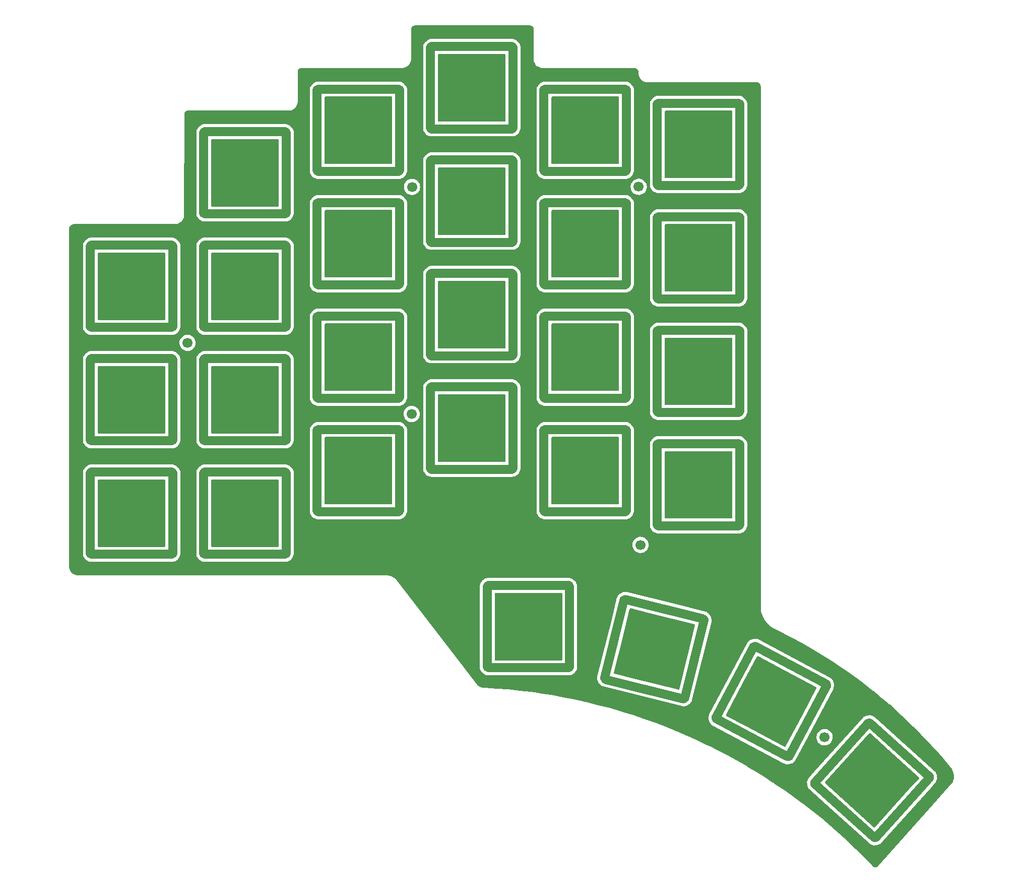
<source format=gbl>
G04 #@! TF.GenerationSoftware,KiCad,Pcbnew,(6.0.5)*
G04 #@! TF.CreationDate,2022-10-04T21:25:23-03:00*
G04 #@! TF.ProjectId,bluejay_plate,626c7565-6a61-4795-9f70-6c6174652e6b,rev?*
G04 #@! TF.SameCoordinates,Original*
G04 #@! TF.FileFunction,Copper,L2,Bot*
G04 #@! TF.FilePolarity,Positive*
%FSLAX46Y46*%
G04 Gerber Fmt 4.6, Leading zero omitted, Abs format (unit mm)*
G04 Created by KiCad (PCBNEW (6.0.5)) date 2022-10-04 21:25:23*
%MOMM*%
%LPD*%
G01*
G04 APERTURE LIST*
G04 Aperture macros list*
%AMHorizOval*
0 Thick line with rounded ends*
0 $1 width*
0 $2 $3 position (X,Y) of the first rounded end (center of the circle)*
0 $4 $5 position (X,Y) of the second rounded end (center of the circle)*
0 Add line between two ends*
20,1,$1,$2,$3,$4,$5,0*
0 Add two circle primitives to create the rounded ends*
1,1,$1,$2,$3*
1,1,$1,$4,$5*%
G04 Aperture macros list end*
G04 #@! TA.AperFunction,WasherPad*
%ADD10O,15.000000X1.500000*%
G04 #@! TD*
G04 #@! TA.AperFunction,WasherPad*
%ADD11O,1.500000X15.000000*%
G04 #@! TD*
G04 #@! TA.AperFunction,WasherPad*
%ADD12HorizOval,1.500000X-4.516632X-5.016228X4.516632X5.016228X0*%
G04 #@! TD*
G04 #@! TA.AperFunction,WasherPad*
%ADD13HorizOval,1.500000X-5.016228X4.516632X5.016228X-4.516632X0*%
G04 #@! TD*
G04 #@! TA.AperFunction,ComponentPad*
%ADD14C,1.700000*%
G04 #@! TD*
G04 #@! TA.AperFunction,WasherPad*
%ADD15HorizOval,1.500000X-5.959896X3.168933X5.959896X-3.168933X0*%
G04 #@! TD*
G04 #@! TA.AperFunction,WasherPad*
%ADD16HorizOval,1.500000X-3.168933X-5.959896X3.168933X5.959896X0*%
G04 #@! TD*
G04 #@! TA.AperFunction,WasherPad*
%ADD17HorizOval,1.500000X-1.632973X-6.549496X1.632973X6.549496X0*%
G04 #@! TD*
G04 #@! TA.AperFunction,WasherPad*
%ADD18HorizOval,1.500000X-6.549496X1.632973X6.549496X-1.632973X0*%
G04 #@! TD*
G04 APERTURE END LIST*
D10*
X19050000Y4540200D03*
D11*
X12128500Y-2381300D03*
X25971500Y-2381300D03*
D10*
X19050000Y-9302800D03*
D12*
X43057523Y-66424913D03*
D13*
X43569813Y-76199977D03*
D12*
X53344877Y-75687687D03*
D13*
X52832587Y-65912623D03*
D11*
X-83121500Y11906300D03*
D10*
X-76200000Y18827800D03*
D11*
X-69278500Y11906300D03*
D10*
X-76200000Y4984800D03*
X-19050000Y33115300D03*
D11*
X-25971500Y26193800D03*
X-12128500Y26193800D03*
D10*
X-19050000Y19272300D03*
D11*
X-31178500Y38100000D03*
D10*
X-38100000Y31178500D03*
X-38100000Y45021500D03*
D11*
X-45021500Y38100000D03*
D10*
X-19050000Y14065300D03*
D11*
X-25971500Y7143800D03*
X-12128500Y7143800D03*
D10*
X-19050000Y222300D03*
X-57150000Y-222300D03*
D11*
X-50228500Y-7143800D03*
D10*
X-57150000Y-14065300D03*
D11*
X-64071500Y-7143800D03*
X-12128500Y-11906300D03*
D10*
X-19050000Y-4984800D03*
X-19050000Y-18827800D03*
D11*
X-25971500Y-11906300D03*
D10*
X-57150000Y18827800D03*
D11*
X-50228500Y11906300D03*
D10*
X-57150000Y4984800D03*
D11*
X-64071500Y11906300D03*
X-2603500Y-45243800D03*
D10*
X-9525000Y-52165300D03*
X-9525000Y-38322300D03*
D11*
X-16446500Y-45243800D03*
X12128500Y-21431300D03*
D10*
X19050000Y-14509800D03*
D11*
X25971500Y-21431300D03*
D10*
X19050000Y-28352800D03*
D11*
X-6921500Y38100000D03*
D10*
X0Y45021500D03*
D11*
X6921500Y38100000D03*
D10*
X0Y31178500D03*
X0Y25971500D03*
D11*
X6921500Y19050000D03*
D10*
X0Y12128500D03*
D11*
X-6921500Y19050000D03*
D10*
X19050000Y9747300D03*
X19050000Y23590300D03*
D11*
X12128500Y16668800D03*
X25971500Y16668800D03*
D14*
X40230000Y-63820000D03*
D11*
X-69278500Y-7143800D03*
X-83121500Y-7143800D03*
D10*
X-76200000Y-222300D03*
X-76200000Y-14065300D03*
X-38100000Y-25971500D03*
D11*
X-31178500Y-19050000D03*
D10*
X-38100000Y-12128500D03*
D11*
X-45021500Y-19050000D03*
D14*
X9000000Y28600000D03*
D11*
X6921500Y-19050000D03*
D10*
X0Y-12128500D03*
X0Y-25971500D03*
D11*
X-6921500Y-19050000D03*
D10*
X-57150000Y-33115300D03*
D11*
X-50228500Y-26193800D03*
X-64071500Y-26193800D03*
D10*
X-57150000Y-19272300D03*
D11*
X25971500Y35718800D03*
D10*
X19050000Y28797300D03*
D11*
X12128500Y35718800D03*
D10*
X19050000Y42640300D03*
D14*
X-66800000Y2400000D03*
X9300000Y-31520000D03*
D11*
X6921500Y0D03*
D10*
X0Y6921500D03*
D11*
X-6921500Y0D03*
D10*
X0Y-6921500D03*
D15*
X34520647Y-51714978D03*
D16*
X37382522Y-61075747D03*
D15*
X28021753Y-63937622D03*
D16*
X25159878Y-54576853D03*
D14*
X-29150000Y-9550000D03*
X-29090000Y28590000D03*
D11*
X-25971500Y45243800D03*
X-12128500Y45243800D03*
D10*
X-19050000Y52165300D03*
X-19050000Y38322300D03*
X-57150000Y24034800D03*
D11*
X-64071500Y30956300D03*
X-50228500Y30956300D03*
D10*
X-57150000Y37877800D03*
D11*
X-83121500Y-26193800D03*
X-69278500Y-26193800D03*
D10*
X-76200000Y-33115300D03*
X-76200000Y-19272300D03*
X-38100000Y6921500D03*
X-38100000Y-6921500D03*
D11*
X-31178500Y0D03*
X-45021500Y0D03*
D17*
X18347102Y-50690762D03*
X4915298Y-47341838D03*
D18*
X9956738Y-55732202D03*
X13305662Y-42300398D03*
D11*
X-31178500Y19050000D03*
D10*
X-38100000Y25971500D03*
D11*
X-45021500Y19050000D03*
D10*
X-38100000Y12128500D03*
G04 #@! TA.AperFunction,NonConductor*
G36*
X-13444879Y50886798D02*
G01*
X-13398386Y50833142D01*
X-13387000Y50780800D01*
X-13387000Y39706800D01*
X-13407002Y39638679D01*
X-13460658Y39592186D01*
X-13513000Y39580800D01*
X-24587000Y39580800D01*
X-24655121Y39600802D01*
X-24701614Y39654458D01*
X-24713000Y39706800D01*
X-24713000Y50780800D01*
X-24692998Y50848921D01*
X-24639342Y50895414D01*
X-24587000Y50906800D01*
X-13513000Y50906800D01*
X-13444879Y50886798D01*
G37*
G04 #@! TD.AperFunction*
G04 #@! TA.AperFunction,NonConductor*
G36*
X5605121Y43742998D02*
G01*
X5651614Y43689342D01*
X5663000Y43637000D01*
X5663000Y32563000D01*
X5642998Y32494879D01*
X5589342Y32448386D01*
X5537000Y32437000D01*
X-5537000Y32437000D01*
X-5605121Y32457002D01*
X-5651614Y32510658D01*
X-5663000Y32563000D01*
X-5663000Y43637000D01*
X-5642998Y43705121D01*
X-5589342Y43751614D01*
X-5537000Y43763000D01*
X5537000Y43763000D01*
X5605121Y43742998D01*
G37*
G04 #@! TD.AperFunction*
G04 #@! TA.AperFunction,NonConductor*
G36*
X-32494879Y43742998D02*
G01*
X-32448386Y43689342D01*
X-32437000Y43637000D01*
X-32437000Y32563000D01*
X-32457002Y32494879D01*
X-32510658Y32448386D01*
X-32563000Y32437000D01*
X-43637000Y32437000D01*
X-43705121Y32457002D01*
X-43751614Y32510658D01*
X-43763000Y32563000D01*
X-43763000Y43637000D01*
X-43742998Y43705121D01*
X-43689342Y43751614D01*
X-43637000Y43763000D01*
X-32563000Y43763000D01*
X-32494879Y43742998D01*
G37*
G04 #@! TD.AperFunction*
G04 #@! TA.AperFunction,NonConductor*
G36*
X24655121Y41361798D02*
G01*
X24701614Y41308142D01*
X24713000Y41255800D01*
X24713000Y30181800D01*
X24692998Y30113679D01*
X24639342Y30067186D01*
X24587000Y30055800D01*
X13513000Y30055800D01*
X13444879Y30075802D01*
X13398386Y30129458D01*
X13387000Y30181800D01*
X13387000Y41255800D01*
X13407002Y41323921D01*
X13460658Y41370414D01*
X13513000Y41381800D01*
X24587000Y41381800D01*
X24655121Y41361798D01*
G37*
G04 #@! TD.AperFunction*
G04 #@! TA.AperFunction,NonConductor*
G36*
X-51544879Y36599298D02*
G01*
X-51498386Y36545642D01*
X-51487000Y36493300D01*
X-51487000Y25419300D01*
X-51507002Y25351179D01*
X-51560658Y25304686D01*
X-51613000Y25293300D01*
X-62687000Y25293300D01*
X-62755121Y25313302D01*
X-62801614Y25366958D01*
X-62813000Y25419300D01*
X-62813000Y36493300D01*
X-62792998Y36561421D01*
X-62739342Y36607914D01*
X-62687000Y36619300D01*
X-51613000Y36619300D01*
X-51544879Y36599298D01*
G37*
G04 #@! TD.AperFunction*
G04 #@! TA.AperFunction,NonConductor*
G36*
X-13444879Y31836798D02*
G01*
X-13398386Y31783142D01*
X-13387000Y31730800D01*
X-13387000Y20656800D01*
X-13407002Y20588679D01*
X-13460658Y20542186D01*
X-13513000Y20530800D01*
X-24587000Y20530800D01*
X-24655121Y20550802D01*
X-24701614Y20604458D01*
X-24713000Y20656800D01*
X-24713000Y31730800D01*
X-24692998Y31798921D01*
X-24639342Y31845414D01*
X-24587000Y31856800D01*
X-13513000Y31856800D01*
X-13444879Y31836798D01*
G37*
G04 #@! TD.AperFunction*
G04 #@! TA.AperFunction,NonConductor*
G36*
X-32494879Y24692998D02*
G01*
X-32448386Y24639342D01*
X-32437000Y24587000D01*
X-32437000Y13513000D01*
X-32457002Y13444879D01*
X-32510658Y13398386D01*
X-32563000Y13387000D01*
X-43637000Y13387000D01*
X-43705121Y13407002D01*
X-43751614Y13460658D01*
X-43763000Y13513000D01*
X-43763000Y24587000D01*
X-43742998Y24655121D01*
X-43689342Y24701614D01*
X-43637000Y24713000D01*
X-32563000Y24713000D01*
X-32494879Y24692998D01*
G37*
G04 #@! TD.AperFunction*
G04 #@! TA.AperFunction,NonConductor*
G36*
X5605121Y24692998D02*
G01*
X5651614Y24639342D01*
X5663000Y24587000D01*
X5663000Y13513000D01*
X5642998Y13444879D01*
X5589342Y13398386D01*
X5537000Y13387000D01*
X-5537000Y13387000D01*
X-5605121Y13407002D01*
X-5651614Y13460658D01*
X-5663000Y13513000D01*
X-5663000Y24587000D01*
X-5642998Y24655121D01*
X-5589342Y24701614D01*
X-5537000Y24713000D01*
X5537000Y24713000D01*
X5605121Y24692998D01*
G37*
G04 #@! TD.AperFunction*
G04 #@! TA.AperFunction,NonConductor*
G36*
X24655121Y22311798D02*
G01*
X24701614Y22258142D01*
X24713000Y22205800D01*
X24713000Y11131800D01*
X24692998Y11063679D01*
X24639342Y11017186D01*
X24587000Y11005800D01*
X13513000Y11005800D01*
X13444879Y11025802D01*
X13398386Y11079458D01*
X13387000Y11131800D01*
X13387000Y22205800D01*
X13407002Y22273921D01*
X13460658Y22320414D01*
X13513000Y22331800D01*
X24587000Y22331800D01*
X24655121Y22311798D01*
G37*
G04 #@! TD.AperFunction*
G04 #@! TA.AperFunction,NonConductor*
G36*
X-70594879Y17549298D02*
G01*
X-70548386Y17495642D01*
X-70537000Y17443300D01*
X-70537000Y6369300D01*
X-70557002Y6301179D01*
X-70610658Y6254686D01*
X-70663000Y6243300D01*
X-81737000Y6243300D01*
X-81805121Y6263302D01*
X-81851614Y6316958D01*
X-81863000Y6369300D01*
X-81863000Y17443300D01*
X-81842998Y17511421D01*
X-81789342Y17557914D01*
X-81737000Y17569300D01*
X-70663000Y17569300D01*
X-70594879Y17549298D01*
G37*
G04 #@! TD.AperFunction*
G04 #@! TA.AperFunction,NonConductor*
G36*
X-51544879Y17549298D02*
G01*
X-51498386Y17495642D01*
X-51487000Y17443300D01*
X-51487000Y6369300D01*
X-51507002Y6301179D01*
X-51560658Y6254686D01*
X-51613000Y6243300D01*
X-62687000Y6243300D01*
X-62755121Y6263302D01*
X-62801614Y6316958D01*
X-62813000Y6369300D01*
X-62813000Y17443300D01*
X-62792998Y17511421D01*
X-62739342Y17557914D01*
X-62687000Y17569300D01*
X-51613000Y17569300D01*
X-51544879Y17549298D01*
G37*
G04 #@! TD.AperFunction*
G04 #@! TA.AperFunction,NonConductor*
G36*
X-13444879Y12786798D02*
G01*
X-13398386Y12733142D01*
X-13387000Y12680800D01*
X-13387000Y1606800D01*
X-13407002Y1538679D01*
X-13460658Y1492186D01*
X-13513000Y1480800D01*
X-24587000Y1480800D01*
X-24655121Y1500802D01*
X-24701614Y1554458D01*
X-24713000Y1606800D01*
X-24713000Y12680800D01*
X-24692998Y12748921D01*
X-24639342Y12795414D01*
X-24587000Y12806800D01*
X-13513000Y12806800D01*
X-13444879Y12786798D01*
G37*
G04 #@! TD.AperFunction*
G04 #@! TA.AperFunction,NonConductor*
G36*
X5605121Y5642998D02*
G01*
X5651614Y5589342D01*
X5663000Y5537000D01*
X5663000Y-5537000D01*
X5642998Y-5605121D01*
X5589342Y-5651614D01*
X5537000Y-5663000D01*
X-5537000Y-5663000D01*
X-5605121Y-5642998D01*
X-5651614Y-5589342D01*
X-5663000Y-5537000D01*
X-5663000Y5537000D01*
X-5642998Y5605121D01*
X-5589342Y5651614D01*
X-5537000Y5663000D01*
X5537000Y5663000D01*
X5605121Y5642998D01*
G37*
G04 #@! TD.AperFunction*
G04 #@! TA.AperFunction,NonConductor*
G36*
X-32494879Y5642998D02*
G01*
X-32448386Y5589342D01*
X-32437000Y5537000D01*
X-32437000Y-5537000D01*
X-32457002Y-5605121D01*
X-32510658Y-5651614D01*
X-32563000Y-5663000D01*
X-43637000Y-5663000D01*
X-43705121Y-5642998D01*
X-43751614Y-5589342D01*
X-43763000Y-5537000D01*
X-43763000Y5537000D01*
X-43742998Y5605121D01*
X-43689342Y5651614D01*
X-43637000Y5663000D01*
X-32563000Y5663000D01*
X-32494879Y5642998D01*
G37*
G04 #@! TD.AperFunction*
G04 #@! TA.AperFunction,NonConductor*
G36*
X24655121Y3261698D02*
G01*
X24701614Y3208042D01*
X24713000Y3155700D01*
X24713000Y-7918300D01*
X24692998Y-7986421D01*
X24639342Y-8032914D01*
X24587000Y-8044300D01*
X13513000Y-8044300D01*
X13444879Y-8024298D01*
X13398386Y-7970642D01*
X13387000Y-7918300D01*
X13387000Y3155700D01*
X13407002Y3223821D01*
X13460658Y3270314D01*
X13513000Y3281700D01*
X24587000Y3281700D01*
X24655121Y3261698D01*
G37*
G04 #@! TD.AperFunction*
G04 #@! TA.AperFunction,NonConductor*
G36*
X-51544879Y-1500802D02*
G01*
X-51498386Y-1554458D01*
X-51487000Y-1606800D01*
X-51487000Y-12680800D01*
X-51507002Y-12748921D01*
X-51560658Y-12795414D01*
X-51613000Y-12806800D01*
X-62687000Y-12806800D01*
X-62755121Y-12786798D01*
X-62801614Y-12733142D01*
X-62813000Y-12680800D01*
X-62813000Y-1606800D01*
X-62792998Y-1538679D01*
X-62739342Y-1492186D01*
X-62687000Y-1480800D01*
X-51613000Y-1480800D01*
X-51544879Y-1500802D01*
G37*
G04 #@! TD.AperFunction*
G04 #@! TA.AperFunction,NonConductor*
G36*
X-70594879Y-1500802D02*
G01*
X-70548386Y-1554458D01*
X-70537000Y-1606800D01*
X-70537000Y-12680800D01*
X-70557002Y-12748921D01*
X-70610658Y-12795414D01*
X-70663000Y-12806800D01*
X-81737000Y-12806800D01*
X-81805121Y-12786798D01*
X-81851614Y-12733142D01*
X-81863000Y-12680800D01*
X-81863000Y-1606800D01*
X-81842998Y-1538679D01*
X-81789342Y-1492186D01*
X-81737000Y-1480800D01*
X-70663000Y-1480800D01*
X-70594879Y-1500802D01*
G37*
G04 #@! TD.AperFunction*
G04 #@! TA.AperFunction,NonConductor*
G36*
X-13444879Y-6263302D02*
G01*
X-13398386Y-6316958D01*
X-13387000Y-6369300D01*
X-13387000Y-17443300D01*
X-13407002Y-17511421D01*
X-13460658Y-17557914D01*
X-13513000Y-17569300D01*
X-24587000Y-17569300D01*
X-24655121Y-17549298D01*
X-24701614Y-17495642D01*
X-24713000Y-17443300D01*
X-24713000Y-6369300D01*
X-24692998Y-6301179D01*
X-24639342Y-6254686D01*
X-24587000Y-6243300D01*
X-13513000Y-6243300D01*
X-13444879Y-6263302D01*
G37*
G04 #@! TD.AperFunction*
G04 #@! TA.AperFunction,NonConductor*
G36*
X5605121Y-13407002D02*
G01*
X5651614Y-13460658D01*
X5663000Y-13513000D01*
X5663000Y-24587000D01*
X5642998Y-24655121D01*
X5589342Y-24701614D01*
X5537000Y-24713000D01*
X-5537000Y-24713000D01*
X-5605121Y-24692998D01*
X-5651614Y-24639342D01*
X-5663000Y-24587000D01*
X-5663000Y-13513000D01*
X-5642998Y-13444879D01*
X-5589342Y-13398386D01*
X-5537000Y-13387000D01*
X5537000Y-13387000D01*
X5605121Y-13407002D01*
G37*
G04 #@! TD.AperFunction*
G04 #@! TA.AperFunction,NonConductor*
G36*
X-32494879Y-13407002D02*
G01*
X-32448386Y-13460658D01*
X-32437000Y-13513000D01*
X-32437000Y-24587000D01*
X-32457002Y-24655121D01*
X-32510658Y-24701614D01*
X-32563000Y-24713000D01*
X-43637000Y-24713000D01*
X-43705121Y-24692998D01*
X-43751614Y-24639342D01*
X-43763000Y-24587000D01*
X-43763000Y-13513000D01*
X-43742998Y-13444879D01*
X-43689342Y-13398386D01*
X-43637000Y-13387000D01*
X-32563000Y-13387000D01*
X-32494879Y-13407002D01*
G37*
G04 #@! TD.AperFunction*
G04 #@! TA.AperFunction,NonConductor*
G36*
X24655121Y-15788302D02*
G01*
X24701614Y-15841958D01*
X24713000Y-15894300D01*
X24713000Y-26968300D01*
X24692998Y-27036421D01*
X24639342Y-27082914D01*
X24587000Y-27094300D01*
X13513000Y-27094300D01*
X13444879Y-27074298D01*
X13398386Y-27020642D01*
X13387000Y-26968300D01*
X13387000Y-15894300D01*
X13407002Y-15826179D01*
X13460658Y-15779686D01*
X13513000Y-15768300D01*
X24587000Y-15768300D01*
X24655121Y-15788302D01*
G37*
G04 #@! TD.AperFunction*
G04 #@! TA.AperFunction,NonConductor*
G36*
X-51544879Y-20550802D02*
G01*
X-51498386Y-20604458D01*
X-51487000Y-20656800D01*
X-51487000Y-31730800D01*
X-51507002Y-31798921D01*
X-51560658Y-31845414D01*
X-51613000Y-31856800D01*
X-62687000Y-31856800D01*
X-62755121Y-31836798D01*
X-62801614Y-31783142D01*
X-62813000Y-31730800D01*
X-62813000Y-20656800D01*
X-62792998Y-20588679D01*
X-62739342Y-20542186D01*
X-62687000Y-20530800D01*
X-51613000Y-20530800D01*
X-51544879Y-20550802D01*
G37*
G04 #@! TD.AperFunction*
G04 #@! TA.AperFunction,NonConductor*
G36*
X-70594879Y-20550802D02*
G01*
X-70548386Y-20604458D01*
X-70537000Y-20656800D01*
X-70537000Y-31730800D01*
X-70557002Y-31798921D01*
X-70610658Y-31845414D01*
X-70663000Y-31856800D01*
X-81737000Y-31856800D01*
X-81805121Y-31836798D01*
X-81851614Y-31783142D01*
X-81863000Y-31730800D01*
X-81863000Y-20656800D01*
X-81842998Y-20588679D01*
X-81789342Y-20542186D01*
X-81737000Y-20530800D01*
X-70663000Y-20530800D01*
X-70594879Y-20550802D01*
G37*
G04 #@! TD.AperFunction*
G04 #@! TA.AperFunction,NonConductor*
G36*
X-3919879Y-39600802D02*
G01*
X-3873386Y-39654458D01*
X-3862000Y-39706800D01*
X-3862000Y-50780800D01*
X-3882002Y-50848921D01*
X-3935658Y-50895414D01*
X-3988000Y-50906800D01*
X-15062000Y-50906800D01*
X-15130121Y-50886798D01*
X-15176614Y-50833142D01*
X-15188000Y-50780800D01*
X-15188000Y-39706800D01*
X-15167998Y-39638679D01*
X-15114342Y-39592186D01*
X-15062000Y-39580800D01*
X-3988000Y-39580800D01*
X-3919879Y-39600802D01*
G37*
G04 #@! TD.AperFunction*
G04 #@! TA.AperFunction,NonConductor*
G36*
X7628677Y-42181994D02*
G01*
X10847307Y-42984489D01*
X18373731Y-44861038D01*
X18434989Y-44896926D01*
X18467121Y-44960235D01*
X18465506Y-45013777D01*
X17165443Y-50228044D01*
X15786463Y-55758831D01*
X15750575Y-55820089D01*
X15687266Y-55852221D01*
X15633724Y-55850606D01*
X15457888Y-55806765D01*
X8177670Y-53991603D01*
X4888669Y-53171563D01*
X4827411Y-53135675D01*
X4795279Y-53072366D01*
X4796894Y-53018824D01*
X4797562Y-53016147D01*
X6219302Y-47313859D01*
X7475938Y-42273769D01*
X7511826Y-42212511D01*
X7575135Y-42180379D01*
X7628677Y-42181994D01*
G37*
G04 #@! TD.AperFunction*
G04 #@! TA.AperFunction,NonConductor*
G36*
X29040935Y-50226703D02*
G01*
X33564559Y-52631956D01*
X38818699Y-55425632D01*
X38869456Y-55475273D01*
X38885317Y-55544475D01*
X38870797Y-55596035D01*
X36451981Y-60145167D01*
X33671867Y-65373799D01*
X33622226Y-65424556D01*
X33553024Y-65440417D01*
X33501463Y-65425897D01*
X33206692Y-65269164D01*
X27015005Y-61976985D01*
X23723701Y-60226967D01*
X23672944Y-60177326D01*
X23657083Y-60108124D01*
X23671603Y-60056563D01*
X23704994Y-59993765D01*
X26515077Y-54708766D01*
X28870532Y-50278801D01*
X28920173Y-50228044D01*
X28989375Y-50212183D01*
X29040935Y-50226703D01*
G37*
G04 #@! TD.AperFunction*
G04 #@! TA.AperFunction,NonConductor*
G36*
X47829177Y-63116332D02*
G01*
X47875692Y-63142894D01*
X50992492Y-65949272D01*
X56105280Y-70552847D01*
X56142520Y-70613293D01*
X56141168Y-70684277D01*
X56114606Y-70730792D01*
X54466878Y-72560780D01*
X48704653Y-78960379D01*
X48644207Y-78997619D01*
X48573223Y-78996267D01*
X48526707Y-78969705D01*
X48516350Y-78960379D01*
X43867070Y-74774149D01*
X40297121Y-71559753D01*
X40259881Y-71499307D01*
X40261233Y-71428323D01*
X40287795Y-71381807D01*
X40400862Y-71256234D01*
X45178395Y-65950244D01*
X47697747Y-63152220D01*
X47758193Y-63114980D01*
X47829177Y-63116332D01*
G37*
G04 #@! TD.AperFunction*
G04 #@! TA.AperFunction,NonConductor*
G36*
X-9285081Y55690454D02*
G01*
X-9262074Y55687470D01*
X-9262071Y55687470D01*
X-9253172Y55686316D01*
X-9244304Y55687707D01*
X-9243010Y55687724D01*
X-9213782Y55688696D01*
X-9126327Y55680886D01*
X-9098116Y55675060D01*
X-8996793Y55641686D01*
X-8970640Y55629604D01*
X-8879546Y55574087D01*
X-8856822Y55556382D01*
X-8780714Y55481622D01*
X-8762608Y55459220D01*
X-8705469Y55369124D01*
X-8692925Y55343197D01*
X-8657745Y55242480D01*
X-8651417Y55214377D01*
X-8642711Y55133261D01*
X-8642016Y55117313D01*
X-8642180Y55109060D01*
X-8643628Y55100207D01*
X-8642533Y55091303D01*
X-8642533Y55091301D01*
X-8639716Y55068400D01*
X-8638777Y55052140D01*
X-8638837Y55043557D01*
X-8672779Y50186451D01*
X-8674339Y50167549D01*
X-8676150Y50156154D01*
X-8678295Y50142662D01*
X-8678335Y50130109D01*
X-8676651Y50119059D01*
X-8675622Y50110216D01*
X-8658693Y49900104D01*
X-8657697Y49895715D01*
X-8657696Y49895710D01*
X-8610375Y49687234D01*
X-8607613Y49675068D01*
X-8525027Y49459592D01*
X-8522837Y49455666D01*
X-8430889Y49290821D01*
X-8412617Y49258062D01*
X-8409888Y49254484D01*
X-8409884Y49254478D01*
X-8377198Y49211625D01*
X-8272670Y49074582D01*
X-8108035Y48912885D01*
X-7922064Y48776265D01*
X-7918106Y48774150D01*
X-7918100Y48774146D01*
X-7756473Y48687771D01*
X-7718543Y48667501D01*
X-7501615Y48588809D01*
X-7497217Y48587894D01*
X-7497211Y48587892D01*
X-7388655Y48565299D01*
X-7275695Y48541790D01*
X-7271212Y48541510D01*
X-7271205Y48541509D01*
X-7083116Y48529758D01*
X-7071192Y48528441D01*
X-7069508Y48528173D01*
X-7057927Y48526332D01*
X-7053059Y48526316D01*
X-7053053Y48526316D01*
X-7051650Y48526312D01*
X-7045374Y48526292D01*
X-7020431Y48530094D01*
X-7001538Y48531531D01*
X1061140Y48536753D01*
X8317322Y48541453D01*
X8328356Y48540976D01*
X8336593Y48540257D01*
X8345338Y48538216D01*
X8354300Y48538711D01*
X8354303Y48538711D01*
X8356124Y48538812D01*
X8385023Y48537078D01*
X8472950Y48521525D01*
X8497216Y48514670D01*
X8599711Y48474258D01*
X8622122Y48462709D01*
X8714520Y48402692D01*
X8734181Y48386912D01*
X8774095Y48347697D01*
X8812768Y48309701D01*
X8828898Y48290315D01*
X8890535Y48199000D01*
X8902483Y48176788D01*
X8944697Y48075030D01*
X8951980Y48050887D01*
X8969213Y47962593D01*
X8973085Y47942754D01*
X8975414Y47917642D01*
X8974775Y47835129D01*
X8972620Y47819277D01*
X8973384Y47819185D01*
X8972308Y47810281D01*
X8969978Y47801606D01*
X8970176Y47792627D01*
X8970448Y47780274D01*
X8969248Y47759932D01*
X8966272Y47738796D01*
X8966455Y47726244D01*
X8968242Y47715774D01*
X8969428Y47706946D01*
X8972354Y47677240D01*
X8972929Y47667692D01*
X8973187Y47655984D01*
X8973602Y47654673D01*
X8973033Y47650009D01*
X8975016Y47650204D01*
X8990363Y47494392D01*
X9045970Y47268122D01*
X9133212Y47052069D01*
X9135471Y47048183D01*
X9135475Y47048175D01*
X9248056Y46854515D01*
X9250314Y46850631D01*
X9394892Y46667909D01*
X9398157Y46664814D01*
X9398161Y46664810D01*
X9467201Y46599372D01*
X9564002Y46507621D01*
X9754202Y46373033D01*
X9961620Y46266882D01*
X9965887Y46265419D01*
X9965888Y46265419D01*
X10146757Y46203423D01*
X10182034Y46191331D01*
X10329287Y46163405D01*
X10406541Y46148754D01*
X10406545Y46148754D01*
X10410956Y46147917D01*
X10606379Y46139192D01*
X10618314Y46138087D01*
X10631204Y46136272D01*
X10636511Y46136349D01*
X10638891Y46136384D01*
X10638892Y46136384D01*
X10643756Y46136455D01*
X10655011Y46138376D01*
X10662796Y46139704D01*
X10683991Y46141500D01*
X28862922Y46141500D01*
X28881410Y46140136D01*
X28887403Y46139247D01*
X28907425Y46136277D01*
X28916317Y46137505D01*
X28917525Y46137499D01*
X28946852Y46137937D01*
X29029699Y46129011D01*
X29057791Y46122674D01*
X29154268Y46088939D01*
X29180188Y46076390D01*
X29266492Y46021626D01*
X29288885Y46003518D01*
X29360500Y45930588D01*
X29378192Y45907877D01*
X29431381Y45820584D01*
X29443454Y45794446D01*
X29475431Y45697361D01*
X29481255Y45669158D01*
X29488133Y45592192D01*
X29488544Y45576239D01*
X29488240Y45568151D01*
X29486634Y45559323D01*
X29487571Y45550398D01*
X29487571Y45550395D01*
X29490811Y45519544D01*
X29491500Y45506386D01*
X29491500Y-42131590D01*
X29491305Y-42138603D01*
X29488194Y-42194412D01*
X29488674Y-42199255D01*
X29488674Y-42199256D01*
X29488951Y-42202056D01*
X29488952Y-42202063D01*
X29489432Y-42206904D01*
X29490653Y-42211622D01*
X29491504Y-42216405D01*
X29491468Y-42216411D01*
X29492245Y-42220151D01*
X29552020Y-42600589D01*
X29552706Y-42603327D01*
X29552707Y-42603331D01*
X29647039Y-42979730D01*
X29648918Y-42987229D01*
X29780065Y-43363632D01*
X29781228Y-43366201D01*
X29781228Y-43366202D01*
X29789621Y-43384748D01*
X29944406Y-43726773D01*
X30140619Y-44073730D01*
X30142227Y-44076058D01*
X30142228Y-44076060D01*
X30365524Y-44399393D01*
X30367127Y-44401714D01*
X30622108Y-44708086D01*
X30903511Y-44990383D01*
X31209073Y-45246334D01*
X31211390Y-45247945D01*
X31211407Y-45247958D01*
X31511954Y-45456927D01*
X31517833Y-45461572D01*
X31517896Y-45461489D01*
X31521763Y-45464442D01*
X31525400Y-45467693D01*
X31535935Y-45474518D01*
X31540377Y-45476504D01*
X31540382Y-45476507D01*
X31550373Y-45480974D01*
X31570044Y-45491978D01*
X31583110Y-45500911D01*
X31591642Y-45503693D01*
X31591646Y-45503695D01*
X31610379Y-45509803D01*
X31626761Y-45516449D01*
X33211963Y-46293253D01*
X33214265Y-46294411D01*
X33971743Y-46685385D01*
X34817125Y-47121730D01*
X34819446Y-47122958D01*
X36404773Y-47983529D01*
X36407062Y-47984803D01*
X37974100Y-48878220D01*
X37976281Y-48879494D01*
X38873753Y-49416257D01*
X39524348Y-49805367D01*
X39526587Y-49806738D01*
X41054959Y-50764629D01*
X41057170Y-50766046D01*
X41766999Y-51231805D01*
X42565384Y-51755670D01*
X42567488Y-51757083D01*
X44054632Y-52777840D01*
X44056779Y-52779346D01*
X45522441Y-53830955D01*
X45524463Y-53832437D01*
X46870640Y-54841467D01*
X46967834Y-54914319D01*
X46969905Y-54915905D01*
X48359977Y-56003807D01*
X48390400Y-56027617D01*
X48392444Y-56029251D01*
X49363462Y-56822371D01*
X49789450Y-57170315D01*
X49791458Y-57171990D01*
X50839059Y-58064697D01*
X51164383Y-58341920D01*
X51166364Y-58343644D01*
X52438161Y-59473984D01*
X52514622Y-59541941D01*
X52516549Y-59543690D01*
X53839545Y-60769828D01*
X53841384Y-60771568D01*
X54761832Y-61660997D01*
X55138567Y-62025036D01*
X55140436Y-62026880D01*
X56280917Y-63175840D01*
X56411185Y-63307077D01*
X56413005Y-63308950D01*
X56725971Y-63637669D01*
X57656785Y-64615336D01*
X57658576Y-64617257D01*
X58126825Y-65130062D01*
X58874882Y-65949301D01*
X58876580Y-65951200D01*
X59483407Y-66644240D01*
X60064858Y-67308300D01*
X60066568Y-67310294D01*
X61196579Y-68656447D01*
X61208566Y-68673384D01*
X61219150Y-68691306D01*
X61225703Y-68697446D01*
X61227001Y-68699065D01*
X61239964Y-68713955D01*
X61241398Y-68715472D01*
X61246574Y-68722804D01*
X61253603Y-68728390D01*
X61260925Y-68734210D01*
X61277745Y-68750329D01*
X61428371Y-68924129D01*
X61436873Y-68935106D01*
X61583520Y-69147715D01*
X61590756Y-69159552D01*
X61713115Y-69387005D01*
X61719008Y-69399576D01*
X61797253Y-69593630D01*
X61815586Y-69639099D01*
X61820060Y-69652240D01*
X61853077Y-69770159D01*
X61889699Y-69900959D01*
X61892700Y-69914518D01*
X61934539Y-70169361D01*
X61936031Y-70183168D01*
X61949572Y-70441092D01*
X61949534Y-70454975D01*
X61940370Y-70613293D01*
X61934609Y-70712808D01*
X61933044Y-70726606D01*
X61889835Y-70981232D01*
X61886761Y-70994775D01*
X61828978Y-71196963D01*
X61815789Y-71243111D01*
X61811245Y-71256224D01*
X61748646Y-71409104D01*
X61742349Y-71424483D01*
X61719657Y-71460741D01*
X57738917Y-75910923D01*
X49275592Y-85372314D01*
X49263937Y-85385343D01*
X49254413Y-85394906D01*
X49231987Y-85415131D01*
X49231985Y-85415134D01*
X49225323Y-85421142D01*
X49220614Y-85428781D01*
X49219823Y-85429730D01*
X49201518Y-85452613D01*
X49138126Y-85514552D01*
X49134389Y-85518203D01*
X49111626Y-85535843D01*
X49041608Y-85578266D01*
X49015198Y-85594267D01*
X48989029Y-85606275D01*
X48885859Y-85639969D01*
X48881857Y-85641276D01*
X48853639Y-85647029D01*
X48741323Y-85656780D01*
X48712536Y-85655976D01*
X48641421Y-85645776D01*
X48600932Y-85639968D01*
X48573085Y-85632650D01*
X48468035Y-85591719D01*
X48442573Y-85578266D01*
X48417775Y-85561279D01*
X48349559Y-85514550D01*
X48327823Y-85495672D01*
X48268515Y-85430866D01*
X48258514Y-85418442D01*
X48253869Y-85411858D01*
X48249785Y-85403861D01*
X48234922Y-85388117D01*
X48222243Y-85372314D01*
X48210100Y-85354397D01*
X48201542Y-85345213D01*
X48199169Y-85343348D01*
X48197928Y-85342142D01*
X46858203Y-83966790D01*
X46858198Y-83966785D01*
X46857786Y-83966362D01*
X46857394Y-83965975D01*
X46857355Y-83965936D01*
X45487670Y-82614663D01*
X45487192Y-82614191D01*
X44089979Y-81289544D01*
X42666700Y-79992944D01*
X42666226Y-79992529D01*
X41218376Y-78725304D01*
X41218328Y-78725262D01*
X41217918Y-78724904D01*
X39744205Y-77485926D01*
X38246146Y-76276500D01*
X36724332Y-75097103D01*
X36255226Y-74748257D01*
X35179851Y-73948564D01*
X35179826Y-73948546D01*
X35179365Y-73948203D01*
X33611856Y-72830254D01*
X32898282Y-72342445D01*
X32022949Y-71744055D01*
X32022935Y-71744046D01*
X32022425Y-71743697D01*
X31565612Y-71444567D01*
X31519969Y-71414679D01*
X37277581Y-71414679D01*
X37291200Y-71614442D01*
X37292861Y-71638810D01*
X37292242Y-71638852D01*
X37293029Y-71658933D01*
X37290067Y-71696577D01*
X37290624Y-71702157D01*
X37290624Y-71702159D01*
X37294734Y-71743331D01*
X37312379Y-71920117D01*
X37373925Y-72136174D01*
X37472758Y-72337917D01*
X37605754Y-72518970D01*
X37608997Y-72522247D01*
X37609002Y-72522253D01*
X37644647Y-72558273D01*
X37645920Y-72559559D01*
X37647275Y-72560779D01*
X37647276Y-72560780D01*
X40464548Y-75097463D01*
X47786299Y-81689996D01*
X47920186Y-81790522D01*
X48120884Y-81891462D01*
X48126268Y-81893057D01*
X48126271Y-81893058D01*
X48204945Y-81916362D01*
X48336284Y-81955266D01*
X48341862Y-81955882D01*
X48341863Y-81955882D01*
X48554005Y-81979304D01*
X48554009Y-81979304D01*
X48559579Y-81979919D01*
X48783710Y-81964639D01*
X48783752Y-81965258D01*
X48803833Y-81964471D01*
X48835885Y-81966993D01*
X48835886Y-81966993D01*
X48841477Y-81967433D01*
X48847057Y-81966876D01*
X48847059Y-81966876D01*
X49059430Y-81945679D01*
X49059434Y-81945678D01*
X49065017Y-81945121D01*
X49281074Y-81883575D01*
X49286118Y-81881104D01*
X49286123Y-81881102D01*
X49465868Y-81793045D01*
X49482817Y-81784742D01*
X49609504Y-81691682D01*
X49660144Y-81654483D01*
X49663870Y-81651746D01*
X49667147Y-81648503D01*
X49667153Y-81648498D01*
X49703173Y-81612853D01*
X49703180Y-81612846D01*
X49704459Y-81611580D01*
X49994422Y-81289544D01*
X58050424Y-72342445D01*
X58834896Y-71471201D01*
X58935422Y-71337314D01*
X59036362Y-71136616D01*
X59100166Y-70921216D01*
X59115724Y-70780300D01*
X59124204Y-70703495D01*
X59124204Y-70703491D01*
X59124819Y-70697921D01*
X59109539Y-70473790D01*
X59110158Y-70473748D01*
X59109371Y-70453667D01*
X59111893Y-70421615D01*
X59111893Y-70421614D01*
X59112333Y-70416023D01*
X59090021Y-70192482D01*
X59028474Y-69976426D01*
X58929642Y-69774683D01*
X58796645Y-69593630D01*
X58756480Y-69553041D01*
X58755141Y-69551835D01*
X58755127Y-69551822D01*
X49059715Y-60822035D01*
X48616101Y-60422603D01*
X48482214Y-60322077D01*
X48477202Y-60319556D01*
X48477200Y-60319555D01*
X48286535Y-60223662D01*
X48286533Y-60223661D01*
X48281516Y-60221138D01*
X48066116Y-60157333D01*
X48060538Y-60156717D01*
X48060537Y-60156717D01*
X47848396Y-60133296D01*
X47848391Y-60133296D01*
X47842821Y-60132681D01*
X47618690Y-60147961D01*
X47618648Y-60147342D01*
X47598567Y-60148129D01*
X47566515Y-60145607D01*
X47566514Y-60145607D01*
X47560923Y-60145167D01*
X47555343Y-60145724D01*
X47555341Y-60145724D01*
X47491797Y-60152067D01*
X47337382Y-60167479D01*
X47121326Y-60229026D01*
X46919583Y-60327858D01*
X46738530Y-60460855D01*
X46735245Y-60464106D01*
X46699233Y-60499741D01*
X46699225Y-60499750D01*
X46697941Y-60501020D01*
X46696735Y-60502359D01*
X46696722Y-60502373D01*
X38547465Y-69553041D01*
X37567503Y-70641399D01*
X37466977Y-70775286D01*
X37464456Y-70780298D01*
X37464455Y-70780300D01*
X37388986Y-70930356D01*
X37366038Y-70975984D01*
X37302233Y-71191384D01*
X37277581Y-71414679D01*
X31519969Y-71414679D01*
X30412280Y-70689342D01*
X30412247Y-70689321D01*
X30411702Y-70688964D01*
X29628479Y-70198066D01*
X28780838Y-69666793D01*
X28780808Y-69666774D01*
X28780322Y-69666470D01*
X28756591Y-69652245D01*
X27456465Y-68872945D01*
X27128931Y-68676620D01*
X26019914Y-68041502D01*
X25458720Y-67720114D01*
X25458712Y-67720109D01*
X25458182Y-67719806D01*
X23768736Y-66796406D01*
X23768199Y-66796126D01*
X23768178Y-66796115D01*
X22061787Y-65907060D01*
X22061783Y-65907058D01*
X22061261Y-65906786D01*
X22060783Y-65906549D01*
X22060736Y-65906525D01*
X21120973Y-65440417D01*
X20336433Y-65051297D01*
X18789090Y-64321811D01*
X18595474Y-64230532D01*
X18595470Y-64230530D01*
X18594933Y-64230277D01*
X18577764Y-64222596D01*
X17106850Y-63564570D01*
X16837451Y-63444052D01*
X16836898Y-63443818D01*
X16836862Y-63443802D01*
X15752729Y-62984457D01*
X15064681Y-62692932D01*
X14741095Y-62563357D01*
X13277918Y-61977451D01*
X13277879Y-61977436D01*
X13277325Y-61977214D01*
X13276738Y-61976992D01*
X13276719Y-61976985D01*
X11476653Y-61297394D01*
X11476089Y-61297181D01*
X9661686Y-60653103D01*
X9484269Y-60594069D01*
X20728659Y-60594069D01*
X20729410Y-60599622D01*
X20729410Y-60599626D01*
X20736667Y-60653297D01*
X20758759Y-60816695D01*
X20760484Y-60822035D01*
X20827807Y-61030472D01*
X20827217Y-61030662D01*
X20832841Y-61049965D01*
X20839072Y-61087201D01*
X20914801Y-61298703D01*
X21026788Y-61493453D01*
X21030402Y-61497745D01*
X21030405Y-61497749D01*
X21167872Y-61660997D01*
X21171490Y-61665293D01*
X21175807Y-61668877D01*
X21175810Y-61668880D01*
X21340786Y-61805846D01*
X21344337Y-61808794D01*
X21393129Y-61838459D01*
X21394740Y-61839315D01*
X21394753Y-61839323D01*
X33328465Y-68184590D01*
X33441147Y-68244504D01*
X33595377Y-68309654D01*
X33814532Y-68359042D01*
X33820140Y-68359287D01*
X33820141Y-68359287D01*
X33868839Y-68361413D01*
X34038970Y-68368841D01*
X34044523Y-68368090D01*
X34044527Y-68368090D01*
X34256033Y-68339493D01*
X34261595Y-68338741D01*
X34475373Y-68269693D01*
X34475564Y-68270285D01*
X34494866Y-68264659D01*
X34500780Y-68263669D01*
X34532101Y-68258428D01*
X34537383Y-68256537D01*
X34537386Y-68256536D01*
X34738322Y-68184590D01*
X34738323Y-68184589D01*
X34743603Y-68182699D01*
X34827190Y-68134634D01*
X34933488Y-68073510D01*
X34933492Y-68073507D01*
X34938353Y-68070712D01*
X34942645Y-68067098D01*
X34942649Y-68067095D01*
X35105897Y-67929628D01*
X35105900Y-67929625D01*
X35110193Y-67926010D01*
X35253694Y-67753163D01*
X35283359Y-67704371D01*
X35284215Y-67702760D01*
X35284223Y-67702747D01*
X37366425Y-63786695D01*
X38867251Y-63786695D01*
X38867548Y-63791848D01*
X38867548Y-63791851D01*
X38873011Y-63886590D01*
X38880110Y-64009715D01*
X38881247Y-64014761D01*
X38881248Y-64014767D01*
X38901119Y-64102939D01*
X38929222Y-64227639D01*
X39013266Y-64434616D01*
X39129987Y-64625088D01*
X39276250Y-64793938D01*
X39448126Y-64936632D01*
X39641000Y-65049338D01*
X39849692Y-65129030D01*
X39854760Y-65130061D01*
X39854763Y-65130062D01*
X39962017Y-65151883D01*
X40068597Y-65173567D01*
X40073772Y-65173757D01*
X40073774Y-65173757D01*
X40286673Y-65181564D01*
X40286677Y-65181564D01*
X40291837Y-65181753D01*
X40296957Y-65181097D01*
X40296959Y-65181097D01*
X40508288Y-65154025D01*
X40508289Y-65154025D01*
X40513416Y-65153368D01*
X40518366Y-65151883D01*
X40722429Y-65090661D01*
X40722434Y-65090659D01*
X40727384Y-65089174D01*
X40927994Y-64990896D01*
X41109860Y-64861173D01*
X41268096Y-64703489D01*
X41327594Y-64620689D01*
X41395435Y-64526277D01*
X41398453Y-64522077D01*
X41497430Y-64321811D01*
X41562370Y-64108069D01*
X41591529Y-63886590D01*
X41593156Y-63820000D01*
X41574852Y-63597361D01*
X41520431Y-63380702D01*
X41431354Y-63175840D01*
X41310014Y-62988277D01*
X41159670Y-62823051D01*
X41155619Y-62819852D01*
X41155615Y-62819848D01*
X40988414Y-62687800D01*
X40988410Y-62687798D01*
X40984359Y-62684598D01*
X40788789Y-62576638D01*
X40783920Y-62574914D01*
X40783916Y-62574912D01*
X40583087Y-62503795D01*
X40583083Y-62503794D01*
X40578212Y-62502069D01*
X40573119Y-62501162D01*
X40573116Y-62501161D01*
X40363373Y-62463800D01*
X40363367Y-62463799D01*
X40358284Y-62462894D01*
X40284452Y-62461992D01*
X40140081Y-62460228D01*
X40140079Y-62460228D01*
X40134911Y-62460165D01*
X39914091Y-62493955D01*
X39701756Y-62563357D01*
X39503607Y-62666507D01*
X39499474Y-62669610D01*
X39499471Y-62669612D01*
X39475247Y-62687800D01*
X39324965Y-62800635D01*
X39170629Y-62962138D01*
X39044743Y-63146680D01*
X39029003Y-63180590D01*
X38970290Y-63307077D01*
X38950688Y-63349305D01*
X38890989Y-63564570D01*
X38867251Y-63786695D01*
X37366425Y-63786695D01*
X41688085Y-55658834D01*
X41688086Y-55658831D01*
X41689404Y-55656353D01*
X41754554Y-55502123D01*
X41803942Y-55282968D01*
X41813741Y-55058530D01*
X41790458Y-54886321D01*
X41784393Y-54841467D01*
X41783641Y-54835905D01*
X41714593Y-54622127D01*
X41715185Y-54621936D01*
X41709560Y-54602636D01*
X41704255Y-54570932D01*
X41704254Y-54570929D01*
X41703329Y-54565400D01*
X41627600Y-54353897D01*
X41515613Y-54159148D01*
X41511999Y-54154856D01*
X41511996Y-54154852D01*
X41374528Y-53991603D01*
X41374525Y-53991600D01*
X41370910Y-53987307D01*
X41198063Y-53843807D01*
X41176868Y-53830920D01*
X41150823Y-53815084D01*
X41150807Y-53815075D01*
X41149271Y-53814141D01*
X41147671Y-53813290D01*
X41147660Y-53813284D01*
X29103735Y-47409415D01*
X29103732Y-47409414D01*
X29101254Y-47408096D01*
X28947024Y-47342946D01*
X28727868Y-47293558D01*
X28722260Y-47293313D01*
X28722259Y-47293313D01*
X28673824Y-47291198D01*
X28503431Y-47283759D01*
X28497878Y-47284510D01*
X28497874Y-47284510D01*
X28290449Y-47312555D01*
X28280805Y-47313859D01*
X28067028Y-47382907D01*
X28066836Y-47382312D01*
X28047541Y-47387939D01*
X28041015Y-47389031D01*
X28015842Y-47393243D01*
X28015836Y-47393245D01*
X28010300Y-47394171D01*
X27798797Y-47469900D01*
X27715698Y-47517685D01*
X27608913Y-47579089D01*
X27608909Y-47579092D01*
X27604048Y-47581887D01*
X27599756Y-47585501D01*
X27599752Y-47585504D01*
X27436503Y-47722972D01*
X27436500Y-47722975D01*
X27432207Y-47726590D01*
X27288707Y-47899437D01*
X27286308Y-47903382D01*
X27286307Y-47903384D01*
X27259984Y-47946677D01*
X27259975Y-47946693D01*
X27259041Y-47948229D01*
X27258190Y-47949829D01*
X27258184Y-47949840D01*
X20854315Y-59993765D01*
X20852996Y-59996246D01*
X20787846Y-60150476D01*
X20738458Y-60369632D01*
X20728659Y-60594069D01*
X9484269Y-60594069D01*
X7834833Y-60045234D01*
X7442911Y-59923427D01*
X5996799Y-59473984D01*
X5996765Y-59473974D01*
X5996254Y-59473815D01*
X5847557Y-59430824D01*
X4147311Y-58939254D01*
X4146675Y-58939070D01*
X3834947Y-58855624D01*
X2287407Y-58441368D01*
X2287383Y-58441362D01*
X2286827Y-58441213D01*
X2286230Y-58441066D01*
X2286215Y-58441062D01*
X418104Y-57980602D01*
X417447Y-57980440D01*
X-1460726Y-57556933D01*
X-1461264Y-57556823D01*
X-1461282Y-57556819D01*
X-2205702Y-57404451D01*
X-3346951Y-57170859D01*
X-5240479Y-56822371D01*
X-5809020Y-56729385D01*
X-7139939Y-56511710D01*
X-7139961Y-56511707D01*
X-7140564Y-56511608D01*
X-7141156Y-56511523D01*
X-7141177Y-56511520D01*
X-7953693Y-56395171D01*
X-9046452Y-56238692D01*
X-10054219Y-56114781D01*
X-10956770Y-56003807D01*
X-10956804Y-56003803D01*
X-10957391Y-56003731D01*
X-12872625Y-55806817D01*
X-14791395Y-55648029D01*
X-16694925Y-55528561D01*
X-16698742Y-55528168D01*
X-16700394Y-55527800D01*
X-16706267Y-55527418D01*
X-16708057Y-55527301D01*
X-16708063Y-55527301D01*
X-16712921Y-55526985D01*
X-16717766Y-55527420D01*
X-16717780Y-55527420D01*
X-16728768Y-55528407D01*
X-16751290Y-55528408D01*
X-16758189Y-55527789D01*
X-16758194Y-55527789D01*
X-16767131Y-55526988D01*
X-16782621Y-55530048D01*
X-16782912Y-55530106D01*
X-16807620Y-55532495D01*
X-17010101Y-55532032D01*
X-17027017Y-55530852D01*
X-17197919Y-55507297D01*
X-17253425Y-55499647D01*
X-17270025Y-55496207D01*
X-17490185Y-55434884D01*
X-17506174Y-55429247D01*
X-17514575Y-55425632D01*
X-17716120Y-55338912D01*
X-17731209Y-55331177D01*
X-17785668Y-55298458D01*
X-17927114Y-55213477D01*
X-17941028Y-55203786D01*
X-18090103Y-55084292D01*
X-18110956Y-55063076D01*
X-18118772Y-55052973D01*
X-19082220Y-53807591D01*
X2021516Y-53807591D01*
X2021643Y-53813196D01*
X2021643Y-53813199D01*
X2022283Y-53841407D01*
X2026613Y-54032185D01*
X2027731Y-54037679D01*
X2027731Y-54037681D01*
X2053434Y-54164013D01*
X2071401Y-54252326D01*
X2154465Y-54461057D01*
X2222856Y-54570932D01*
X2273179Y-54651780D01*
X2272652Y-54652108D01*
X2282780Y-54669478D01*
X2295595Y-54698950D01*
X2295598Y-54698955D01*
X2297834Y-54704098D01*
X2422480Y-54890997D01*
X2578255Y-55052870D01*
X2760231Y-55184599D01*
X2765283Y-55187030D01*
X2765289Y-55187034D01*
X2928759Y-55265707D01*
X2962659Y-55282022D01*
X2967068Y-55283395D01*
X2967075Y-55283398D01*
X3000801Y-55293902D01*
X3017179Y-55299003D01*
X3018957Y-55299446D01*
X3018963Y-55299448D01*
X16254353Y-58599402D01*
X16254357Y-58599403D01*
X16257081Y-58600082D01*
X16259846Y-58600515D01*
X16259856Y-58600517D01*
X16416946Y-58625116D01*
X16416949Y-58625116D01*
X16422491Y-58625984D01*
X16428096Y-58625857D01*
X16428099Y-58625857D01*
X16539477Y-58623329D01*
X16647085Y-58620887D01*
X16652579Y-58619769D01*
X16652581Y-58619769D01*
X16861737Y-58577216D01*
X16861740Y-58577215D01*
X16867226Y-58576099D01*
X16872428Y-58574029D01*
X16872431Y-58574028D01*
X16973219Y-58533919D01*
X17075957Y-58493035D01*
X17266680Y-58374321D01*
X17267008Y-58374848D01*
X17284378Y-58364720D01*
X17313850Y-58351905D01*
X17313855Y-58351902D01*
X17318998Y-58349666D01*
X17505897Y-58225020D01*
X17667770Y-58069245D01*
X17799499Y-57887269D01*
X17801930Y-57882217D01*
X17801934Y-57882211D01*
X17894914Y-57689013D01*
X17896922Y-57684841D01*
X17898295Y-57680432D01*
X17898298Y-57680425D01*
X17913358Y-57632070D01*
X17913903Y-57630321D01*
X18008342Y-57251549D01*
X21214302Y-44393147D01*
X21214303Y-44393143D01*
X21214982Y-44390419D01*
X21240884Y-44225009D01*
X21235787Y-44000415D01*
X21190999Y-43780274D01*
X21169709Y-43726773D01*
X21110008Y-43576753D01*
X21107935Y-43571543D01*
X20989221Y-43380820D01*
X20989748Y-43380492D01*
X20979620Y-43363122D01*
X20966805Y-43333650D01*
X20966802Y-43333645D01*
X20964566Y-43328502D01*
X20839920Y-43141603D01*
X20752480Y-43050740D01*
X20688038Y-42983775D01*
X20688036Y-42983773D01*
X20684145Y-42979730D01*
X20502169Y-42848001D01*
X20497117Y-42845570D01*
X20497111Y-42845566D01*
X20303913Y-42752586D01*
X20299741Y-42750578D01*
X20295332Y-42749205D01*
X20295325Y-42749202D01*
X20261599Y-42738698D01*
X20245221Y-42733597D01*
X20243443Y-42733154D01*
X20243437Y-42733152D01*
X15207899Y-41477652D01*
X7005319Y-39432519D01*
X6839909Y-39406616D01*
X6834304Y-39406743D01*
X6834301Y-39406743D01*
X6722923Y-39409271D01*
X6615315Y-39411713D01*
X6609821Y-39412831D01*
X6609819Y-39412831D01*
X6400663Y-39455384D01*
X6400660Y-39455385D01*
X6395174Y-39456501D01*
X6389972Y-39458571D01*
X6389969Y-39458572D01*
X6289181Y-39498681D01*
X6186443Y-39539565D01*
X5995720Y-39658279D01*
X5995392Y-39657752D01*
X5978022Y-39667880D01*
X5948550Y-39680695D01*
X5948545Y-39680698D01*
X5943402Y-39682934D01*
X5756503Y-39807580D01*
X5594630Y-39963355D01*
X5462901Y-40145331D01*
X5460470Y-40150383D01*
X5460466Y-40150389D01*
X5381793Y-40313859D01*
X5365478Y-40347759D01*
X5364105Y-40352168D01*
X5364102Y-40352175D01*
X5353598Y-40385901D01*
X5348497Y-40402279D01*
X5348054Y-40404057D01*
X5348052Y-40404063D01*
X4432521Y-44076060D01*
X2047419Y-53642181D01*
X2021516Y-53807591D01*
X-19082220Y-53807591D01*
X-20441304Y-52050799D01*
X-17705000Y-52050799D01*
X-17704751Y-52053586D01*
X-17704751Y-52053592D01*
X-17698491Y-52123729D01*
X-17690117Y-52217562D01*
X-17630837Y-52434251D01*
X-17534122Y-52637018D01*
X-17403029Y-52819454D01*
X-17291707Y-52927333D01*
X-17241701Y-52975792D01*
X-17242135Y-52976239D01*
X-17228109Y-52990636D01*
X-17205123Y-53020592D01*
X-17038964Y-53171785D01*
X-17034217Y-53174763D01*
X-17034214Y-53174765D01*
X-16905771Y-53255336D01*
X-16848656Y-53291164D01*
X-16640217Y-53374956D01*
X-16420233Y-53420513D01*
X-16415622Y-53420779D01*
X-16415621Y-53420779D01*
X-16365048Y-53423695D01*
X-16365044Y-53423695D01*
X-16363225Y-53423800D01*
X-2718001Y-53423800D01*
X-2715214Y-53423551D01*
X-2715208Y-53423551D01*
X-2645071Y-53417291D01*
X-2551238Y-53408917D01*
X-2545824Y-53407436D01*
X-2545819Y-53407435D01*
X-2418088Y-53372491D01*
X-2334549Y-53349637D01*
X-2329491Y-53347225D01*
X-2329487Y-53347223D01*
X-2211958Y-53291164D01*
X-2131782Y-53252922D01*
X-1949346Y-53121829D01*
X-1793008Y-52960501D01*
X-1792561Y-52960935D01*
X-1778164Y-52946909D01*
X-1748208Y-52923923D01*
X-1597015Y-52757764D01*
X-1477636Y-52567456D01*
X-1393844Y-52359017D01*
X-1348287Y-52139033D01*
X-1345000Y-52082025D01*
X-1345000Y-38436801D01*
X-1347949Y-38403752D01*
X-1359384Y-38275633D01*
X-1359883Y-38270038D01*
X-1419163Y-38053349D01*
X-1515878Y-37850582D01*
X-1646971Y-37668146D01*
X-1808299Y-37511808D01*
X-1807865Y-37511361D01*
X-1821891Y-37496964D01*
X-1844877Y-37467008D01*
X-2011036Y-37315815D01*
X-2015783Y-37312837D01*
X-2015786Y-37312835D01*
X-2196595Y-37199415D01*
X-2201344Y-37196436D01*
X-2409783Y-37112644D01*
X-2629767Y-37067087D01*
X-2634378Y-37066821D01*
X-2634379Y-37066821D01*
X-2684952Y-37063905D01*
X-2684956Y-37063905D01*
X-2686775Y-37063800D01*
X-16331999Y-37063800D01*
X-16334786Y-37064049D01*
X-16334792Y-37064049D01*
X-16404929Y-37070309D01*
X-16498762Y-37078683D01*
X-16504176Y-37080164D01*
X-16504181Y-37080165D01*
X-16618738Y-37111505D01*
X-16715451Y-37137963D01*
X-16720509Y-37140375D01*
X-16720513Y-37140377D01*
X-16784599Y-37170945D01*
X-16918218Y-37234678D01*
X-17100654Y-37365771D01*
X-17256992Y-37527099D01*
X-17257439Y-37526665D01*
X-17271836Y-37540691D01*
X-17301792Y-37563677D01*
X-17452985Y-37729836D01*
X-17572364Y-37920144D01*
X-17656156Y-38128583D01*
X-17701713Y-38348567D01*
X-17705000Y-38405575D01*
X-17705000Y-52050799D01*
X-20441304Y-52050799D01*
X-31883474Y-37260306D01*
X-31892252Y-37247374D01*
X-31904846Y-37226088D01*
X-31904846Y-37226087D01*
X-31909418Y-37218361D01*
X-31958435Y-37172511D01*
X-31960078Y-37170945D01*
X-32001780Y-37130498D01*
X-32001783Y-37130496D01*
X-32008227Y-37124246D01*
X-32012371Y-37122059D01*
X-32015792Y-37118859D01*
X-32019815Y-37116122D01*
X-32019818Y-37116119D01*
X-32022148Y-37114534D01*
X-32026170Y-37111797D01*
X-32032077Y-37108994D01*
X-32034494Y-37107846D01*
X-32044582Y-37102484D01*
X-32283093Y-36961497D01*
X-32283095Y-36961496D01*
X-32285888Y-36959845D01*
X-32288831Y-36958492D01*
X-32288837Y-36958489D01*
X-32556266Y-36835554D01*
X-32559222Y-36834195D01*
X-32562292Y-36833151D01*
X-32562301Y-36833147D01*
X-32840941Y-36738355D01*
X-32840950Y-36738353D01*
X-32844023Y-36737307D01*
X-32901857Y-36724074D01*
X-33134110Y-36670932D01*
X-33134118Y-36670931D01*
X-33137276Y-36670208D01*
X-33435872Y-36633608D01*
X-33439102Y-36633547D01*
X-33439111Y-36633546D01*
X-33693743Y-36628711D01*
X-33700958Y-36628574D01*
X-33715424Y-36627464D01*
X-33719312Y-36626939D01*
X-33719313Y-36626939D01*
X-33724142Y-36626287D01*
X-33729014Y-36626386D01*
X-33731828Y-36626443D01*
X-33731830Y-36626443D01*
X-33736692Y-36626542D01*
X-33741977Y-36627475D01*
X-33753906Y-36629581D01*
X-33775812Y-36631500D01*
X-85177161Y-36631500D01*
X-85197907Y-36629780D01*
X-85209252Y-36627886D01*
X-85209253Y-36627886D01*
X-85218107Y-36626408D01*
X-85233441Y-36628243D01*
X-85258730Y-36628711D01*
X-85429776Y-36614650D01*
X-85447464Y-36611921D01*
X-85639597Y-36568112D01*
X-85656720Y-36562904D01*
X-85840707Y-36492314D01*
X-85856919Y-36484732D01*
X-86029040Y-36388791D01*
X-86044015Y-36378989D01*
X-86200812Y-36259624D01*
X-86214247Y-36247799D01*
X-86283399Y-36177610D01*
X-86352555Y-36107417D01*
X-86364171Y-36093815D01*
X-86481193Y-35935253D01*
X-86490768Y-35920139D01*
X-86584139Y-35746604D01*
X-86591479Y-35730281D01*
X-86659323Y-35545260D01*
X-86664275Y-35528061D01*
X-86705217Y-35335306D01*
X-86707683Y-35317578D01*
X-86718718Y-35153432D01*
X-86717884Y-35135185D01*
X-86717754Y-35127174D01*
X-86716338Y-35118307D01*
X-86720500Y-35085470D01*
X-86721500Y-35069627D01*
X-86721500Y-33000799D01*
X-84380000Y-33000799D01*
X-84379751Y-33003586D01*
X-84379751Y-33003592D01*
X-84373491Y-33073729D01*
X-84365117Y-33167562D01*
X-84305837Y-33384251D01*
X-84209122Y-33587018D01*
X-84078029Y-33769454D01*
X-83966707Y-33877333D01*
X-83916701Y-33925792D01*
X-83917135Y-33926239D01*
X-83903109Y-33940636D01*
X-83880123Y-33970592D01*
X-83713964Y-34121785D01*
X-83709217Y-34124763D01*
X-83709214Y-34124765D01*
X-83580771Y-34205336D01*
X-83523656Y-34241164D01*
X-83315217Y-34324956D01*
X-83095233Y-34370513D01*
X-83090622Y-34370779D01*
X-83090621Y-34370779D01*
X-83040048Y-34373695D01*
X-83040044Y-34373695D01*
X-83038225Y-34373800D01*
X-69393001Y-34373800D01*
X-69390214Y-34373551D01*
X-69390208Y-34373551D01*
X-69320071Y-34367291D01*
X-69226238Y-34358917D01*
X-69220824Y-34357436D01*
X-69220819Y-34357435D01*
X-69093088Y-34322491D01*
X-69009549Y-34299637D01*
X-69004491Y-34297225D01*
X-69004487Y-34297223D01*
X-68886958Y-34241164D01*
X-68806782Y-34202922D01*
X-68624346Y-34071829D01*
X-68468008Y-33910501D01*
X-68467561Y-33910935D01*
X-68453164Y-33896909D01*
X-68423208Y-33873923D01*
X-68272015Y-33707764D01*
X-68152636Y-33517456D01*
X-68068844Y-33309017D01*
X-68023287Y-33089033D01*
X-68020000Y-33032025D01*
X-68020000Y-33000799D01*
X-65330000Y-33000799D01*
X-65329751Y-33003586D01*
X-65329751Y-33003592D01*
X-65323491Y-33073729D01*
X-65315117Y-33167562D01*
X-65255837Y-33384251D01*
X-65159122Y-33587018D01*
X-65028029Y-33769454D01*
X-64916707Y-33877333D01*
X-64866701Y-33925792D01*
X-64867135Y-33926239D01*
X-64853109Y-33940636D01*
X-64830123Y-33970592D01*
X-64663964Y-34121785D01*
X-64659217Y-34124763D01*
X-64659214Y-34124765D01*
X-64530771Y-34205336D01*
X-64473656Y-34241164D01*
X-64265217Y-34324956D01*
X-64045233Y-34370513D01*
X-64040622Y-34370779D01*
X-64040621Y-34370779D01*
X-63990048Y-34373695D01*
X-63990044Y-34373695D01*
X-63988225Y-34373800D01*
X-50343001Y-34373800D01*
X-50340214Y-34373551D01*
X-50340208Y-34373551D01*
X-50270071Y-34367291D01*
X-50176238Y-34358917D01*
X-50170824Y-34357436D01*
X-50170819Y-34357435D01*
X-50043088Y-34322491D01*
X-49959549Y-34299637D01*
X-49954491Y-34297225D01*
X-49954487Y-34297223D01*
X-49836958Y-34241164D01*
X-49756782Y-34202922D01*
X-49574346Y-34071829D01*
X-49418008Y-33910501D01*
X-49417561Y-33910935D01*
X-49403164Y-33896909D01*
X-49373208Y-33873923D01*
X-49222015Y-33707764D01*
X-49102636Y-33517456D01*
X-49018844Y-33309017D01*
X-48973287Y-33089033D01*
X-48970000Y-33032025D01*
X-48970000Y-31486695D01*
X7937251Y-31486695D01*
X7937548Y-31491848D01*
X7937548Y-31491851D01*
X7943011Y-31586590D01*
X7950110Y-31709715D01*
X7951247Y-31714761D01*
X7951248Y-31714767D01*
X7966658Y-31783142D01*
X7999222Y-31927639D01*
X8083266Y-32134616D01*
X8199987Y-32325088D01*
X8346250Y-32493938D01*
X8518126Y-32636632D01*
X8711000Y-32749338D01*
X8919692Y-32829030D01*
X8924760Y-32830061D01*
X8924763Y-32830062D01*
X9032017Y-32851883D01*
X9138597Y-32873567D01*
X9143772Y-32873757D01*
X9143774Y-32873757D01*
X9356673Y-32881564D01*
X9356677Y-32881564D01*
X9361837Y-32881753D01*
X9366957Y-32881097D01*
X9366959Y-32881097D01*
X9578288Y-32854025D01*
X9578289Y-32854025D01*
X9583416Y-32853368D01*
X9588366Y-32851883D01*
X9792429Y-32790661D01*
X9792434Y-32790659D01*
X9797384Y-32789174D01*
X9997994Y-32690896D01*
X10179860Y-32561173D01*
X10338096Y-32403489D01*
X10397594Y-32320689D01*
X10465435Y-32226277D01*
X10468453Y-32222077D01*
X10567430Y-32021811D01*
X10621024Y-31845414D01*
X10630865Y-31813023D01*
X10630865Y-31813021D01*
X10632370Y-31808069D01*
X10661529Y-31586590D01*
X10663156Y-31520000D01*
X10644852Y-31297361D01*
X10590431Y-31080702D01*
X10501354Y-30875840D01*
X10380014Y-30688277D01*
X10229670Y-30523051D01*
X10225619Y-30519852D01*
X10225615Y-30519848D01*
X10058414Y-30387800D01*
X10058410Y-30387798D01*
X10054359Y-30384598D01*
X9858789Y-30276638D01*
X9853920Y-30274914D01*
X9853916Y-30274912D01*
X9653087Y-30203795D01*
X9653083Y-30203794D01*
X9648212Y-30202069D01*
X9643119Y-30201162D01*
X9643116Y-30201161D01*
X9433373Y-30163800D01*
X9433367Y-30163799D01*
X9428284Y-30162894D01*
X9354452Y-30161992D01*
X9210081Y-30160228D01*
X9210079Y-30160228D01*
X9204911Y-30160165D01*
X8984091Y-30193955D01*
X8771756Y-30263357D01*
X8573607Y-30366507D01*
X8569474Y-30369610D01*
X8569471Y-30369612D01*
X8545247Y-30387800D01*
X8394965Y-30500635D01*
X8240629Y-30662138D01*
X8114743Y-30846680D01*
X8020688Y-31049305D01*
X7960989Y-31264570D01*
X7937251Y-31486695D01*
X-48970000Y-31486695D01*
X-48970000Y-28238299D01*
X10870000Y-28238299D01*
X10870249Y-28241086D01*
X10870249Y-28241092D01*
X10876509Y-28311229D01*
X10884883Y-28405062D01*
X10944163Y-28621751D01*
X11040878Y-28824518D01*
X11171971Y-29006954D01*
X11283293Y-29114833D01*
X11333299Y-29163292D01*
X11332865Y-29163739D01*
X11346891Y-29178136D01*
X11369877Y-29208092D01*
X11536036Y-29359285D01*
X11540783Y-29362263D01*
X11540786Y-29362265D01*
X11669229Y-29442836D01*
X11726344Y-29478664D01*
X11934783Y-29562456D01*
X12154767Y-29608013D01*
X12159378Y-29608279D01*
X12159379Y-29608279D01*
X12209952Y-29611195D01*
X12209956Y-29611195D01*
X12211775Y-29611300D01*
X25856999Y-29611300D01*
X25859786Y-29611051D01*
X25859792Y-29611051D01*
X25929929Y-29604791D01*
X26023762Y-29596417D01*
X26029176Y-29594936D01*
X26029181Y-29594935D01*
X26156912Y-29559991D01*
X26240451Y-29537137D01*
X26245509Y-29534725D01*
X26245513Y-29534723D01*
X26363042Y-29478664D01*
X26443218Y-29440422D01*
X26625654Y-29309329D01*
X26781992Y-29148001D01*
X26782439Y-29148435D01*
X26796836Y-29134409D01*
X26826792Y-29111423D01*
X26977985Y-28945264D01*
X27097364Y-28754956D01*
X27181156Y-28546517D01*
X27226713Y-28326533D01*
X27230000Y-28269525D01*
X27230000Y-14624301D01*
X27227051Y-14591252D01*
X27222125Y-14536067D01*
X27215117Y-14457538D01*
X27155837Y-14240849D01*
X27059122Y-14038082D01*
X26928029Y-13855646D01*
X26766701Y-13699308D01*
X26767135Y-13698861D01*
X26753109Y-13684464D01*
X26730123Y-13654508D01*
X26563964Y-13503315D01*
X26559217Y-13500337D01*
X26559214Y-13500335D01*
X26378405Y-13386915D01*
X26373656Y-13383936D01*
X26165217Y-13300144D01*
X25945233Y-13254587D01*
X25940622Y-13254321D01*
X25940621Y-13254321D01*
X25890048Y-13251405D01*
X25890044Y-13251405D01*
X25888225Y-13251300D01*
X12243001Y-13251300D01*
X12240214Y-13251549D01*
X12240208Y-13251549D01*
X12170071Y-13257809D01*
X12076238Y-13266183D01*
X12070824Y-13267664D01*
X12070819Y-13267665D01*
X11956262Y-13299005D01*
X11859549Y-13325463D01*
X11854491Y-13327875D01*
X11854487Y-13327877D01*
X11758165Y-13373821D01*
X11656782Y-13422178D01*
X11474346Y-13553271D01*
X11318008Y-13714599D01*
X11317561Y-13714165D01*
X11303164Y-13728191D01*
X11273208Y-13751177D01*
X11122015Y-13917336D01*
X11119037Y-13922083D01*
X11119035Y-13922086D01*
X11049128Y-14033529D01*
X11002636Y-14107644D01*
X10918844Y-14316083D01*
X10873287Y-14536067D01*
X10870000Y-14593075D01*
X10870000Y-28238299D01*
X-48970000Y-28238299D01*
X-48970000Y-25856999D01*
X-46280000Y-25856999D01*
X-46279751Y-25859786D01*
X-46279751Y-25859792D01*
X-46273491Y-25929929D01*
X-46265117Y-26023762D01*
X-46205837Y-26240451D01*
X-46109122Y-26443218D01*
X-45978029Y-26625654D01*
X-45866707Y-26733533D01*
X-45816701Y-26781992D01*
X-45817135Y-26782439D01*
X-45803109Y-26796836D01*
X-45780123Y-26826792D01*
X-45613964Y-26977985D01*
X-45609217Y-26980963D01*
X-45609214Y-26980965D01*
X-45428405Y-27094385D01*
X-45423656Y-27097364D01*
X-45215217Y-27181156D01*
X-44995233Y-27226713D01*
X-44990622Y-27226979D01*
X-44990621Y-27226979D01*
X-44940048Y-27229895D01*
X-44940044Y-27229895D01*
X-44938225Y-27230000D01*
X-31293001Y-27230000D01*
X-31290214Y-27229751D01*
X-31290208Y-27229751D01*
X-31220071Y-27223491D01*
X-31126238Y-27215117D01*
X-31120824Y-27213636D01*
X-31120819Y-27213635D01*
X-30993088Y-27178691D01*
X-30909549Y-27155837D01*
X-30904491Y-27153425D01*
X-30904487Y-27153423D01*
X-30786958Y-27097364D01*
X-30706782Y-27059122D01*
X-30524346Y-26928029D01*
X-30368008Y-26766701D01*
X-30367561Y-26767135D01*
X-30353164Y-26753109D01*
X-30323208Y-26730123D01*
X-30172015Y-26563964D01*
X-30052636Y-26373656D01*
X-29968844Y-26165217D01*
X-29923287Y-25945233D01*
X-29920000Y-25888225D01*
X-29920000Y-25856999D01*
X-8180000Y-25856999D01*
X-8179751Y-25859786D01*
X-8179751Y-25859792D01*
X-8173491Y-25929929D01*
X-8165117Y-26023762D01*
X-8105837Y-26240451D01*
X-8009122Y-26443218D01*
X-7878029Y-26625654D01*
X-7766707Y-26733533D01*
X-7716701Y-26781992D01*
X-7717135Y-26782439D01*
X-7703109Y-26796836D01*
X-7680123Y-26826792D01*
X-7513964Y-26977985D01*
X-7509217Y-26980963D01*
X-7509214Y-26980965D01*
X-7328405Y-27094385D01*
X-7323656Y-27097364D01*
X-7115217Y-27181156D01*
X-6895233Y-27226713D01*
X-6890622Y-27226979D01*
X-6890621Y-27226979D01*
X-6840048Y-27229895D01*
X-6840044Y-27229895D01*
X-6838225Y-27230000D01*
X6806999Y-27230000D01*
X6809786Y-27229751D01*
X6809792Y-27229751D01*
X6879929Y-27223491D01*
X6973762Y-27215117D01*
X6979176Y-27213636D01*
X6979181Y-27213635D01*
X7106912Y-27178691D01*
X7190451Y-27155837D01*
X7195509Y-27153425D01*
X7195513Y-27153423D01*
X7313042Y-27097364D01*
X7393218Y-27059122D01*
X7575654Y-26928029D01*
X7731992Y-26766701D01*
X7732439Y-26767135D01*
X7746836Y-26753109D01*
X7776792Y-26730123D01*
X7927985Y-26563964D01*
X8047364Y-26373656D01*
X8131156Y-26165217D01*
X8176713Y-25945233D01*
X8180000Y-25888225D01*
X8180000Y-12243001D01*
X8177051Y-12209952D01*
X8165616Y-12081833D01*
X8165117Y-12076238D01*
X8105837Y-11859549D01*
X8009122Y-11656782D01*
X7878029Y-11474346D01*
X7716701Y-11318008D01*
X7717135Y-11317561D01*
X7703109Y-11303164D01*
X7680123Y-11273208D01*
X7513964Y-11122015D01*
X7509217Y-11119037D01*
X7509214Y-11119035D01*
X7328405Y-11005615D01*
X7323656Y-11002636D01*
X7115217Y-10918844D01*
X6895233Y-10873287D01*
X6890622Y-10873021D01*
X6890621Y-10873021D01*
X6840048Y-10870105D01*
X6840044Y-10870105D01*
X6838225Y-10870000D01*
X-6806999Y-10870000D01*
X-6809786Y-10870249D01*
X-6809792Y-10870249D01*
X-6879929Y-10876509D01*
X-6973762Y-10884883D01*
X-6979176Y-10886364D01*
X-6979181Y-10886365D01*
X-7093738Y-10917705D01*
X-7190451Y-10944163D01*
X-7195509Y-10946575D01*
X-7195513Y-10946577D01*
X-7291834Y-10992520D01*
X-7393218Y-11040878D01*
X-7575654Y-11171971D01*
X-7731992Y-11333299D01*
X-7732439Y-11332865D01*
X-7746836Y-11346891D01*
X-7776792Y-11369877D01*
X-7927985Y-11536036D01*
X-8047364Y-11726344D01*
X-8131156Y-11934783D01*
X-8176713Y-12154767D01*
X-8180000Y-12211775D01*
X-8180000Y-25856999D01*
X-29920000Y-25856999D01*
X-29920000Y-18713299D01*
X-27230000Y-18713299D01*
X-27229751Y-18716086D01*
X-27229751Y-18716092D01*
X-27223491Y-18786229D01*
X-27215117Y-18880062D01*
X-27155837Y-19096751D01*
X-27059122Y-19299518D01*
X-26928029Y-19481954D01*
X-26816707Y-19589833D01*
X-26766701Y-19638292D01*
X-26767135Y-19638739D01*
X-26753109Y-19653136D01*
X-26730123Y-19683092D01*
X-26563964Y-19834285D01*
X-26559217Y-19837263D01*
X-26559214Y-19837265D01*
X-26430771Y-19917836D01*
X-26373656Y-19953664D01*
X-26165217Y-20037456D01*
X-25945233Y-20083013D01*
X-25940622Y-20083279D01*
X-25940621Y-20083279D01*
X-25890048Y-20086195D01*
X-25890044Y-20086195D01*
X-25888225Y-20086300D01*
X-12243001Y-20086300D01*
X-12240214Y-20086051D01*
X-12240208Y-20086051D01*
X-12170071Y-20079791D01*
X-12076238Y-20071417D01*
X-12070824Y-20069936D01*
X-12070819Y-20069935D01*
X-11943088Y-20034991D01*
X-11859549Y-20012137D01*
X-11854491Y-20009725D01*
X-11854487Y-20009723D01*
X-11736958Y-19953664D01*
X-11656782Y-19915422D01*
X-11474346Y-19784329D01*
X-11318008Y-19623001D01*
X-11317561Y-19623435D01*
X-11303164Y-19609409D01*
X-11273208Y-19586423D01*
X-11122015Y-19420264D01*
X-11102781Y-19389603D01*
X-11005615Y-19234705D01*
X-11002636Y-19229956D01*
X-10918844Y-19021517D01*
X-10873287Y-18801533D01*
X-10870000Y-18744525D01*
X-10870000Y-9188299D01*
X10870000Y-9188299D01*
X10870249Y-9191086D01*
X10870249Y-9191092D01*
X10876509Y-9261229D01*
X10884883Y-9355062D01*
X10944163Y-9571751D01*
X10946575Y-9576809D01*
X10946577Y-9576813D01*
X10992521Y-9673135D01*
X11040878Y-9774518D01*
X11171971Y-9956954D01*
X11283293Y-10064833D01*
X11333299Y-10113292D01*
X11332865Y-10113739D01*
X11346891Y-10128136D01*
X11369877Y-10158092D01*
X11536036Y-10309285D01*
X11540783Y-10312263D01*
X11540786Y-10312265D01*
X11669229Y-10392836D01*
X11726344Y-10428664D01*
X11934783Y-10512456D01*
X12154767Y-10558013D01*
X12159378Y-10558279D01*
X12159379Y-10558279D01*
X12209952Y-10561195D01*
X12209956Y-10561195D01*
X12211775Y-10561300D01*
X25856999Y-10561300D01*
X25859786Y-10561051D01*
X25859792Y-10561051D01*
X25929929Y-10554791D01*
X26023762Y-10546417D01*
X26029176Y-10544936D01*
X26029181Y-10544935D01*
X26156912Y-10509991D01*
X26240451Y-10487137D01*
X26245509Y-10484725D01*
X26245513Y-10484723D01*
X26363042Y-10428664D01*
X26443218Y-10390422D01*
X26625654Y-10259329D01*
X26781992Y-10098001D01*
X26782439Y-10098435D01*
X26796836Y-10084409D01*
X26826792Y-10061423D01*
X26977985Y-9895264D01*
X27010756Y-9843023D01*
X27094385Y-9709705D01*
X27097364Y-9704956D01*
X27181156Y-9496517D01*
X27226713Y-9276533D01*
X27230000Y-9219525D01*
X27230000Y4425699D01*
X27227051Y4458748D01*
X27215616Y4586867D01*
X27215117Y4592462D01*
X27179882Y4721260D01*
X27157317Y4803740D01*
X27155837Y4809151D01*
X27059122Y5011918D01*
X26928029Y5194354D01*
X26766701Y5350692D01*
X26767135Y5351139D01*
X26753109Y5365536D01*
X26730123Y5395492D01*
X26563964Y5546685D01*
X26559217Y5549663D01*
X26559214Y5549665D01*
X26378405Y5663085D01*
X26373656Y5666064D01*
X26165217Y5749856D01*
X25945233Y5795413D01*
X25940622Y5795679D01*
X25940621Y5795679D01*
X25890048Y5798595D01*
X25890044Y5798595D01*
X25888225Y5798700D01*
X12243001Y5798700D01*
X12240214Y5798451D01*
X12240208Y5798451D01*
X12170071Y5792191D01*
X12076238Y5783817D01*
X12070824Y5782336D01*
X12070819Y5782335D01*
X11956262Y5750995D01*
X11859549Y5724537D01*
X11854491Y5722125D01*
X11854487Y5722123D01*
X11758166Y5676180D01*
X11656782Y5627822D01*
X11474346Y5496729D01*
X11318008Y5335401D01*
X11317561Y5335835D01*
X11303164Y5321809D01*
X11273208Y5298823D01*
X11122015Y5132664D01*
X11119037Y5127917D01*
X11119035Y5127914D01*
X11080355Y5066252D01*
X11002636Y4942356D01*
X10918844Y4733917D01*
X10873287Y4513933D01*
X10870000Y4456925D01*
X10870000Y-9188299D01*
X-10870000Y-9188299D01*
X-10870000Y-6806999D01*
X-8180000Y-6806999D01*
X-8179751Y-6809786D01*
X-8179751Y-6809792D01*
X-8173491Y-6879929D01*
X-8165117Y-6973762D01*
X-8105837Y-7190451D01*
X-8009122Y-7393218D01*
X-7878029Y-7575654D01*
X-7766707Y-7683533D01*
X-7716701Y-7731992D01*
X-7717135Y-7732439D01*
X-7703109Y-7746836D01*
X-7680123Y-7776792D01*
X-7513964Y-7927985D01*
X-7509217Y-7930963D01*
X-7509214Y-7930965D01*
X-7328405Y-8044385D01*
X-7323656Y-8047364D01*
X-7115217Y-8131156D01*
X-6895233Y-8176713D01*
X-6890622Y-8176979D01*
X-6890621Y-8176979D01*
X-6840048Y-8179895D01*
X-6840044Y-8179895D01*
X-6838225Y-8180000D01*
X6806999Y-8180000D01*
X6809786Y-8179751D01*
X6809792Y-8179751D01*
X6879929Y-8173491D01*
X6973762Y-8165117D01*
X6979176Y-8163636D01*
X6979181Y-8163635D01*
X7106912Y-8128691D01*
X7190451Y-8105837D01*
X7195509Y-8103425D01*
X7195513Y-8103423D01*
X7313042Y-8047364D01*
X7393218Y-8009122D01*
X7575654Y-7878029D01*
X7731992Y-7716701D01*
X7732439Y-7717135D01*
X7746836Y-7703109D01*
X7776792Y-7680123D01*
X7927985Y-7513964D01*
X8047364Y-7323656D01*
X8131156Y-7115217D01*
X8176713Y-6895233D01*
X8180000Y-6838225D01*
X8180000Y6806999D01*
X8177051Y6840048D01*
X8165616Y6968167D01*
X8165117Y6973762D01*
X8105837Y7190451D01*
X8009122Y7393218D01*
X7878029Y7575654D01*
X7716701Y7731992D01*
X7717135Y7732439D01*
X7703109Y7746836D01*
X7680123Y7776792D01*
X7513964Y7927985D01*
X7509217Y7930963D01*
X7509214Y7930965D01*
X7328405Y8044385D01*
X7323656Y8047364D01*
X7115217Y8131156D01*
X6895233Y8176713D01*
X6890622Y8176979D01*
X6890621Y8176979D01*
X6840048Y8179895D01*
X6840044Y8179895D01*
X6838225Y8180000D01*
X-6806999Y8180000D01*
X-6809786Y8179751D01*
X-6809792Y8179751D01*
X-6879929Y8173491D01*
X-6973762Y8165117D01*
X-6979176Y8163636D01*
X-6979181Y8163635D01*
X-7093738Y8132295D01*
X-7190451Y8105837D01*
X-7195509Y8103425D01*
X-7195513Y8103423D01*
X-7291834Y8057480D01*
X-7393218Y8009122D01*
X-7575654Y7878029D01*
X-7731992Y7716701D01*
X-7732439Y7717135D01*
X-7746836Y7703109D01*
X-7776792Y7680123D01*
X-7927985Y7513964D01*
X-8047364Y7323656D01*
X-8131156Y7115217D01*
X-8176713Y6895233D01*
X-8180000Y6838225D01*
X-8180000Y-6806999D01*
X-10870000Y-6806999D01*
X-10870000Y-5099301D01*
X-10872949Y-5066252D01*
X-10884384Y-4938133D01*
X-10884883Y-4932538D01*
X-10944163Y-4715849D01*
X-11040878Y-4513082D01*
X-11171971Y-4330646D01*
X-11333299Y-4174308D01*
X-11332865Y-4173861D01*
X-11346891Y-4159464D01*
X-11369877Y-4129508D01*
X-11536036Y-3978315D01*
X-11540783Y-3975337D01*
X-11540786Y-3975335D01*
X-11721595Y-3861915D01*
X-11726344Y-3858936D01*
X-11934783Y-3775144D01*
X-12154767Y-3729587D01*
X-12159378Y-3729321D01*
X-12159379Y-3729321D01*
X-12209952Y-3726405D01*
X-12209956Y-3726405D01*
X-12211775Y-3726300D01*
X-25856999Y-3726300D01*
X-25859786Y-3726549D01*
X-25859792Y-3726549D01*
X-25929929Y-3732809D01*
X-26023762Y-3741183D01*
X-26029176Y-3742664D01*
X-26029181Y-3742665D01*
X-26143738Y-3774005D01*
X-26240451Y-3800463D01*
X-26245509Y-3802875D01*
X-26245513Y-3802877D01*
X-26341835Y-3848821D01*
X-26443218Y-3897178D01*
X-26625654Y-4028271D01*
X-26781992Y-4189599D01*
X-26782439Y-4189165D01*
X-26796836Y-4203191D01*
X-26826792Y-4226177D01*
X-26977985Y-4392336D01*
X-27097364Y-4582644D01*
X-27181156Y-4791083D01*
X-27226713Y-5011067D01*
X-27230000Y-5068075D01*
X-27230000Y-18713299D01*
X-29920000Y-18713299D01*
X-29920000Y-12243001D01*
X-29922949Y-12209952D01*
X-29934384Y-12081833D01*
X-29934883Y-12076238D01*
X-29994163Y-11859549D01*
X-30090878Y-11656782D01*
X-30221971Y-11474346D01*
X-30383299Y-11318008D01*
X-30382865Y-11317561D01*
X-30396891Y-11303164D01*
X-30419877Y-11273208D01*
X-30586036Y-11122015D01*
X-30590783Y-11119037D01*
X-30590786Y-11119035D01*
X-30771595Y-11005615D01*
X-30776344Y-11002636D01*
X-30984783Y-10918844D01*
X-31204767Y-10873287D01*
X-31209378Y-10873021D01*
X-31209379Y-10873021D01*
X-31259952Y-10870105D01*
X-31259956Y-10870105D01*
X-31261775Y-10870000D01*
X-44906999Y-10870000D01*
X-44909786Y-10870249D01*
X-44909792Y-10870249D01*
X-44979929Y-10876509D01*
X-45073762Y-10884883D01*
X-45079176Y-10886364D01*
X-45079181Y-10886365D01*
X-45193738Y-10917705D01*
X-45290451Y-10944163D01*
X-45295509Y-10946575D01*
X-45295513Y-10946577D01*
X-45391834Y-10992520D01*
X-45493218Y-11040878D01*
X-45675654Y-11171971D01*
X-45831992Y-11333299D01*
X-45832439Y-11332865D01*
X-45846836Y-11346891D01*
X-45876792Y-11369877D01*
X-46027985Y-11536036D01*
X-46147364Y-11726344D01*
X-46231156Y-11934783D01*
X-46276713Y-12154767D01*
X-46280000Y-12211775D01*
X-46280000Y-25856999D01*
X-48970000Y-25856999D01*
X-48970000Y-19386801D01*
X-48972949Y-19353752D01*
X-48977875Y-19298567D01*
X-48984883Y-19220038D01*
X-49044163Y-19003349D01*
X-49140878Y-18800582D01*
X-49271971Y-18618146D01*
X-49433299Y-18461808D01*
X-49432865Y-18461361D01*
X-49446891Y-18446964D01*
X-49469877Y-18417008D01*
X-49636036Y-18265815D01*
X-49640783Y-18262837D01*
X-49640786Y-18262835D01*
X-49821595Y-18149415D01*
X-49826344Y-18146436D01*
X-50034783Y-18062644D01*
X-50254767Y-18017087D01*
X-50259378Y-18016821D01*
X-50259379Y-18016821D01*
X-50309952Y-18013905D01*
X-50309956Y-18013905D01*
X-50311775Y-18013800D01*
X-63956999Y-18013800D01*
X-63959786Y-18014049D01*
X-63959792Y-18014049D01*
X-64029929Y-18020309D01*
X-64123762Y-18028683D01*
X-64129176Y-18030164D01*
X-64129181Y-18030165D01*
X-64243738Y-18061505D01*
X-64340451Y-18087963D01*
X-64345509Y-18090375D01*
X-64345513Y-18090377D01*
X-64441834Y-18136320D01*
X-64543218Y-18184678D01*
X-64725654Y-18315771D01*
X-64881992Y-18477099D01*
X-64882439Y-18476665D01*
X-64896836Y-18490691D01*
X-64926792Y-18513677D01*
X-65077985Y-18679836D01*
X-65080963Y-18684583D01*
X-65080965Y-18684586D01*
X-65150872Y-18796029D01*
X-65197364Y-18870144D01*
X-65281156Y-19078583D01*
X-65326713Y-19298567D01*
X-65330000Y-19355575D01*
X-65330000Y-33000799D01*
X-68020000Y-33000799D01*
X-68020000Y-19386801D01*
X-68022949Y-19353752D01*
X-68027875Y-19298567D01*
X-68034883Y-19220038D01*
X-68094163Y-19003349D01*
X-68190878Y-18800582D01*
X-68321971Y-18618146D01*
X-68483299Y-18461808D01*
X-68482865Y-18461361D01*
X-68496891Y-18446964D01*
X-68519877Y-18417008D01*
X-68686036Y-18265815D01*
X-68690783Y-18262837D01*
X-68690786Y-18262835D01*
X-68871595Y-18149415D01*
X-68876344Y-18146436D01*
X-69084783Y-18062644D01*
X-69304767Y-18017087D01*
X-69309378Y-18016821D01*
X-69309379Y-18016821D01*
X-69359952Y-18013905D01*
X-69359956Y-18013905D01*
X-69361775Y-18013800D01*
X-83006999Y-18013800D01*
X-83009786Y-18014049D01*
X-83009792Y-18014049D01*
X-83079929Y-18020309D01*
X-83173762Y-18028683D01*
X-83179176Y-18030164D01*
X-83179181Y-18030165D01*
X-83293738Y-18061505D01*
X-83390451Y-18087963D01*
X-83395509Y-18090375D01*
X-83395513Y-18090377D01*
X-83491834Y-18136320D01*
X-83593218Y-18184678D01*
X-83775654Y-18315771D01*
X-83931992Y-18477099D01*
X-83932439Y-18476665D01*
X-83946836Y-18490691D01*
X-83976792Y-18513677D01*
X-84127985Y-18679836D01*
X-84130963Y-18684583D01*
X-84130965Y-18684586D01*
X-84200872Y-18796029D01*
X-84247364Y-18870144D01*
X-84331156Y-19078583D01*
X-84376713Y-19298567D01*
X-84380000Y-19355575D01*
X-84380000Y-33000799D01*
X-86721500Y-33000799D01*
X-86721500Y-13950799D01*
X-84380000Y-13950799D01*
X-84379751Y-13953586D01*
X-84379751Y-13953592D01*
X-84373491Y-14023729D01*
X-84365117Y-14117562D01*
X-84305837Y-14334251D01*
X-84209122Y-14537018D01*
X-84078029Y-14719454D01*
X-83966707Y-14827333D01*
X-83916701Y-14875792D01*
X-83917135Y-14876239D01*
X-83903109Y-14890636D01*
X-83880123Y-14920592D01*
X-83713964Y-15071785D01*
X-83709217Y-15074763D01*
X-83709214Y-15074765D01*
X-83580771Y-15155336D01*
X-83523656Y-15191164D01*
X-83315217Y-15274956D01*
X-83095233Y-15320513D01*
X-83090622Y-15320779D01*
X-83090621Y-15320779D01*
X-83040048Y-15323695D01*
X-83040044Y-15323695D01*
X-83038225Y-15323800D01*
X-69393001Y-15323800D01*
X-69390214Y-15323551D01*
X-69390208Y-15323551D01*
X-69320071Y-15317291D01*
X-69226238Y-15308917D01*
X-69220824Y-15307436D01*
X-69220819Y-15307435D01*
X-69093088Y-15272491D01*
X-69009549Y-15249637D01*
X-69004491Y-15247225D01*
X-69004487Y-15247223D01*
X-68886958Y-15191164D01*
X-68806782Y-15152922D01*
X-68624346Y-15021829D01*
X-68468008Y-14860501D01*
X-68467561Y-14860935D01*
X-68453164Y-14846909D01*
X-68423208Y-14823923D01*
X-68272015Y-14657764D01*
X-68252781Y-14627103D01*
X-68155615Y-14472205D01*
X-68152636Y-14467456D01*
X-68068844Y-14259017D01*
X-68023287Y-14039033D01*
X-68020000Y-13982025D01*
X-68020000Y-13950799D01*
X-65330000Y-13950799D01*
X-65329751Y-13953586D01*
X-65329751Y-13953592D01*
X-65323491Y-14023729D01*
X-65315117Y-14117562D01*
X-65255837Y-14334251D01*
X-65159122Y-14537018D01*
X-65028029Y-14719454D01*
X-64916707Y-14827333D01*
X-64866701Y-14875792D01*
X-64867135Y-14876239D01*
X-64853109Y-14890636D01*
X-64830123Y-14920592D01*
X-64663964Y-15071785D01*
X-64659217Y-15074763D01*
X-64659214Y-15074765D01*
X-64530771Y-15155336D01*
X-64473656Y-15191164D01*
X-64265217Y-15274956D01*
X-64045233Y-15320513D01*
X-64040622Y-15320779D01*
X-64040621Y-15320779D01*
X-63990048Y-15323695D01*
X-63990044Y-15323695D01*
X-63988225Y-15323800D01*
X-50343001Y-15323800D01*
X-50340214Y-15323551D01*
X-50340208Y-15323551D01*
X-50270071Y-15317291D01*
X-50176238Y-15308917D01*
X-50170824Y-15307436D01*
X-50170819Y-15307435D01*
X-50043088Y-15272491D01*
X-49959549Y-15249637D01*
X-49954491Y-15247225D01*
X-49954487Y-15247223D01*
X-49836958Y-15191164D01*
X-49756782Y-15152922D01*
X-49574346Y-15021829D01*
X-49418008Y-14860501D01*
X-49417561Y-14860935D01*
X-49403164Y-14846909D01*
X-49373208Y-14823923D01*
X-49222015Y-14657764D01*
X-49202781Y-14627103D01*
X-49105615Y-14472205D01*
X-49102636Y-14467456D01*
X-49018844Y-14259017D01*
X-48973287Y-14039033D01*
X-48970000Y-13982025D01*
X-48970000Y-9516695D01*
X-30512749Y-9516695D01*
X-30512452Y-9521848D01*
X-30512452Y-9521851D01*
X-30506989Y-9616590D01*
X-30499890Y-9739715D01*
X-30498753Y-9744761D01*
X-30498752Y-9744767D01*
X-30492047Y-9774518D01*
X-30450778Y-9957639D01*
X-30366734Y-10164616D01*
X-30364035Y-10169020D01*
X-30306686Y-10262605D01*
X-30250013Y-10355088D01*
X-30103750Y-10523938D01*
X-29931874Y-10666632D01*
X-29739000Y-10779338D01*
X-29530308Y-10859030D01*
X-29525240Y-10860061D01*
X-29525237Y-10860062D01*
X-29455628Y-10874224D01*
X-29311403Y-10903567D01*
X-29306228Y-10903757D01*
X-29306226Y-10903757D01*
X-29093327Y-10911564D01*
X-29093323Y-10911564D01*
X-29088163Y-10911753D01*
X-29083043Y-10911097D01*
X-29083041Y-10911097D01*
X-28871712Y-10884025D01*
X-28871711Y-10884025D01*
X-28866584Y-10883368D01*
X-28861634Y-10881883D01*
X-28657571Y-10820661D01*
X-28657566Y-10820659D01*
X-28652616Y-10819174D01*
X-28452006Y-10720896D01*
X-28270140Y-10591173D01*
X-28239912Y-10561051D01*
X-28115565Y-10437137D01*
X-28111904Y-10433489D01*
X-28052406Y-10350689D01*
X-27984565Y-10256277D01*
X-27981547Y-10252077D01*
X-27913176Y-10113739D01*
X-27884864Y-10056453D01*
X-27884863Y-10056451D01*
X-27882570Y-10051811D01*
X-27817630Y-9838069D01*
X-27788471Y-9616590D01*
X-27786844Y-9550000D01*
X-27805148Y-9327361D01*
X-27859569Y-9110702D01*
X-27948646Y-8905840D01*
X-28069986Y-8718277D01*
X-28220330Y-8553051D01*
X-28224381Y-8549852D01*
X-28224385Y-8549848D01*
X-28391586Y-8417800D01*
X-28391590Y-8417798D01*
X-28395641Y-8414598D01*
X-28591211Y-8306638D01*
X-28596080Y-8304914D01*
X-28596084Y-8304912D01*
X-28796913Y-8233795D01*
X-28796917Y-8233794D01*
X-28801788Y-8232069D01*
X-28806881Y-8231162D01*
X-28806884Y-8231161D01*
X-29016627Y-8193800D01*
X-29016633Y-8193799D01*
X-29021716Y-8192894D01*
X-29095548Y-8191992D01*
X-29239919Y-8190228D01*
X-29239921Y-8190228D01*
X-29245089Y-8190165D01*
X-29465909Y-8223955D01*
X-29678244Y-8293357D01*
X-29876393Y-8396507D01*
X-29880526Y-8399610D01*
X-29880529Y-8399612D01*
X-29904753Y-8417800D01*
X-30055035Y-8530635D01*
X-30209371Y-8692138D01*
X-30335257Y-8876680D01*
X-30429312Y-9079305D01*
X-30489011Y-9294570D01*
X-30512749Y-9516695D01*
X-48970000Y-9516695D01*
X-48970000Y-6806999D01*
X-46280000Y-6806999D01*
X-46279751Y-6809786D01*
X-46279751Y-6809792D01*
X-46273491Y-6879929D01*
X-46265117Y-6973762D01*
X-46205837Y-7190451D01*
X-46109122Y-7393218D01*
X-45978029Y-7575654D01*
X-45866707Y-7683533D01*
X-45816701Y-7731992D01*
X-45817135Y-7732439D01*
X-45803109Y-7746836D01*
X-45780123Y-7776792D01*
X-45613964Y-7927985D01*
X-45609217Y-7930963D01*
X-45609214Y-7930965D01*
X-45428405Y-8044385D01*
X-45423656Y-8047364D01*
X-45215217Y-8131156D01*
X-44995233Y-8176713D01*
X-44990622Y-8176979D01*
X-44990621Y-8176979D01*
X-44940048Y-8179895D01*
X-44940044Y-8179895D01*
X-44938225Y-8180000D01*
X-31293001Y-8180000D01*
X-31290214Y-8179751D01*
X-31290208Y-8179751D01*
X-31220071Y-8173491D01*
X-31126238Y-8165117D01*
X-31120824Y-8163636D01*
X-31120819Y-8163635D01*
X-30993088Y-8128691D01*
X-30909549Y-8105837D01*
X-30904491Y-8103425D01*
X-30904487Y-8103423D01*
X-30786958Y-8047364D01*
X-30706782Y-8009122D01*
X-30524346Y-7878029D01*
X-30368008Y-7716701D01*
X-30367561Y-7717135D01*
X-30353164Y-7703109D01*
X-30323208Y-7680123D01*
X-30172015Y-7513964D01*
X-30052636Y-7323656D01*
X-29968844Y-7115217D01*
X-29923287Y-6895233D01*
X-29920000Y-6838225D01*
X-29920000Y336801D01*
X-27230000Y336801D01*
X-27229751Y334014D01*
X-27229751Y334008D01*
X-27223491Y263871D01*
X-27215117Y170038D01*
X-27213636Y164624D01*
X-27213635Y164619D01*
X-27178691Y36888D01*
X-27155837Y-46651D01*
X-27059122Y-249418D01*
X-26928029Y-431854D01*
X-26816707Y-539733D01*
X-26766701Y-588192D01*
X-26767135Y-588639D01*
X-26753109Y-603036D01*
X-26730123Y-632992D01*
X-26563964Y-784185D01*
X-26559217Y-787163D01*
X-26559214Y-787165D01*
X-26430771Y-867736D01*
X-26373656Y-903564D01*
X-26165217Y-987356D01*
X-25945233Y-1032913D01*
X-25940622Y-1033179D01*
X-25940621Y-1033179D01*
X-25890048Y-1036095D01*
X-25890044Y-1036095D01*
X-25888225Y-1036200D01*
X-12243001Y-1036200D01*
X-12240214Y-1035951D01*
X-12240208Y-1035951D01*
X-12170071Y-1029691D01*
X-12076238Y-1021317D01*
X-12070824Y-1019836D01*
X-12070819Y-1019835D01*
X-11943088Y-984891D01*
X-11859549Y-962037D01*
X-11854491Y-959625D01*
X-11854487Y-959623D01*
X-11736958Y-903564D01*
X-11656782Y-865322D01*
X-11474346Y-734229D01*
X-11318008Y-572901D01*
X-11317561Y-573335D01*
X-11303164Y-559309D01*
X-11273208Y-536323D01*
X-11122015Y-370164D01*
X-11101086Y-336801D01*
X-11005615Y-184605D01*
X-11002636Y-179856D01*
X-10918844Y28583D01*
X-10873287Y248567D01*
X-10870000Y305575D01*
X-10870000Y9861801D01*
X10870000Y9861801D01*
X10870249Y9859014D01*
X10870249Y9859008D01*
X10876509Y9788871D01*
X10884883Y9695038D01*
X10944163Y9478349D01*
X11040878Y9275582D01*
X11171971Y9093146D01*
X11283293Y8985267D01*
X11333299Y8936808D01*
X11332865Y8936361D01*
X11346891Y8921964D01*
X11369877Y8892008D01*
X11536036Y8740815D01*
X11540783Y8737837D01*
X11540786Y8737835D01*
X11669229Y8657264D01*
X11726344Y8621436D01*
X11934783Y8537644D01*
X12154767Y8492087D01*
X12159378Y8491821D01*
X12159379Y8491821D01*
X12209952Y8488905D01*
X12209956Y8488905D01*
X12211775Y8488800D01*
X25856999Y8488800D01*
X25859786Y8489049D01*
X25859792Y8489049D01*
X25929929Y8495309D01*
X26023762Y8503683D01*
X26029176Y8505164D01*
X26029181Y8505165D01*
X26156912Y8540109D01*
X26240451Y8562963D01*
X26245509Y8565375D01*
X26245513Y8565377D01*
X26363042Y8621436D01*
X26443218Y8659678D01*
X26625654Y8790771D01*
X26781992Y8952099D01*
X26782439Y8951665D01*
X26796836Y8965691D01*
X26826792Y8988677D01*
X26977985Y9154836D01*
X27097364Y9345144D01*
X27181156Y9553583D01*
X27226713Y9773567D01*
X27230000Y9830575D01*
X27230000Y23475799D01*
X27227902Y23499313D01*
X27222125Y23564033D01*
X27215117Y23642562D01*
X27155837Y23859251D01*
X27129211Y23915075D01*
X27061536Y24056956D01*
X27059122Y24062018D01*
X26928029Y24244454D01*
X26766701Y24400792D01*
X26767135Y24401239D01*
X26753109Y24415636D01*
X26730123Y24445592D01*
X26563964Y24596785D01*
X26559217Y24599763D01*
X26559214Y24599765D01*
X26378405Y24713185D01*
X26373656Y24716164D01*
X26165217Y24799956D01*
X25945233Y24845513D01*
X25940622Y24845779D01*
X25940621Y24845779D01*
X25890048Y24848695D01*
X25890044Y24848695D01*
X25888225Y24848800D01*
X12243001Y24848800D01*
X12240214Y24848551D01*
X12240208Y24848551D01*
X12170071Y24842291D01*
X12076238Y24833917D01*
X12070824Y24832436D01*
X12070819Y24832435D01*
X11956262Y24801095D01*
X11859549Y24774637D01*
X11854491Y24772225D01*
X11854487Y24772223D01*
X11758165Y24726279D01*
X11656782Y24677922D01*
X11474346Y24546829D01*
X11318008Y24385501D01*
X11317561Y24385935D01*
X11303164Y24371909D01*
X11273208Y24348923D01*
X11122015Y24182764D01*
X11119037Y24178017D01*
X11119035Y24178014D01*
X11049128Y24066571D01*
X11002636Y23992456D01*
X10918844Y23784017D01*
X10873287Y23564033D01*
X10870000Y23507025D01*
X10870000Y9861801D01*
X-10870000Y9861801D01*
X-10870000Y12243001D01*
X-8180000Y12243001D01*
X-8179751Y12240214D01*
X-8179751Y12240208D01*
X-8173491Y12170071D01*
X-8165117Y12076238D01*
X-8105837Y11859549D01*
X-8009122Y11656782D01*
X-7878029Y11474346D01*
X-7766707Y11366467D01*
X-7716701Y11318008D01*
X-7717135Y11317561D01*
X-7703109Y11303164D01*
X-7680123Y11273208D01*
X-7513964Y11122015D01*
X-7509217Y11119037D01*
X-7509214Y11119035D01*
X-7380771Y11038464D01*
X-7323656Y11002636D01*
X-7115217Y10918844D01*
X-6895233Y10873287D01*
X-6890622Y10873021D01*
X-6890621Y10873021D01*
X-6840048Y10870105D01*
X-6840044Y10870105D01*
X-6838225Y10870000D01*
X6806999Y10870000D01*
X6809786Y10870249D01*
X6809792Y10870249D01*
X6879929Y10876509D01*
X6973762Y10884883D01*
X6979176Y10886364D01*
X6979181Y10886365D01*
X7106912Y10921309D01*
X7190451Y10944163D01*
X7195509Y10946575D01*
X7195513Y10946577D01*
X7313042Y11002636D01*
X7393218Y11040878D01*
X7575654Y11171971D01*
X7731992Y11333299D01*
X7732439Y11332865D01*
X7746836Y11346891D01*
X7776792Y11369877D01*
X7927985Y11536036D01*
X8047364Y11726344D01*
X8131156Y11934783D01*
X8176713Y12154767D01*
X8180000Y12211775D01*
X8180000Y25856999D01*
X8177051Y25890048D01*
X8165616Y26018167D01*
X8165117Y26023762D01*
X8105837Y26240451D01*
X8009122Y26443218D01*
X7878029Y26625654D01*
X7716701Y26781992D01*
X7717135Y26782439D01*
X7703109Y26796836D01*
X7680123Y26826792D01*
X7513964Y26977985D01*
X7509217Y26980963D01*
X7509214Y26980965D01*
X7328405Y27094385D01*
X7323656Y27097364D01*
X7115217Y27181156D01*
X6895233Y27226713D01*
X6890622Y27226979D01*
X6890621Y27226979D01*
X6840048Y27229895D01*
X6840044Y27229895D01*
X6838225Y27230000D01*
X-6806999Y27230000D01*
X-6809786Y27229751D01*
X-6809792Y27229751D01*
X-6879929Y27223491D01*
X-6973762Y27215117D01*
X-6979176Y27213636D01*
X-6979181Y27213635D01*
X-7093738Y27182295D01*
X-7190451Y27155837D01*
X-7195509Y27153425D01*
X-7195513Y27153423D01*
X-7291835Y27107479D01*
X-7393218Y27059122D01*
X-7575654Y26928029D01*
X-7731992Y26766701D01*
X-7732439Y26767135D01*
X-7746836Y26753109D01*
X-7776792Y26730123D01*
X-7927985Y26563964D01*
X-8047364Y26373656D01*
X-8131156Y26165217D01*
X-8176713Y25945233D01*
X-8180000Y25888225D01*
X-8180000Y12243001D01*
X-10870000Y12243001D01*
X-10870000Y13950799D01*
X-10872949Y13983848D01*
X-10884384Y14111967D01*
X-10884883Y14117562D01*
X-10944163Y14334251D01*
X-11040878Y14537018D01*
X-11171971Y14719454D01*
X-11333299Y14875792D01*
X-11332865Y14876239D01*
X-11346891Y14890636D01*
X-11369877Y14920592D01*
X-11536036Y15071785D01*
X-11540783Y15074763D01*
X-11540786Y15074765D01*
X-11721595Y15188185D01*
X-11726344Y15191164D01*
X-11934783Y15274956D01*
X-12154767Y15320513D01*
X-12159378Y15320779D01*
X-12159379Y15320779D01*
X-12209952Y15323695D01*
X-12209956Y15323695D01*
X-12211775Y15323800D01*
X-25856999Y15323800D01*
X-25859786Y15323551D01*
X-25859792Y15323551D01*
X-25929929Y15317291D01*
X-26023762Y15308917D01*
X-26029176Y15307436D01*
X-26029181Y15307435D01*
X-26143738Y15276095D01*
X-26240451Y15249637D01*
X-26245509Y15247225D01*
X-26245513Y15247223D01*
X-26341835Y15201279D01*
X-26443218Y15152922D01*
X-26625654Y15021829D01*
X-26781992Y14860501D01*
X-26782439Y14860935D01*
X-26796836Y14846909D01*
X-26826792Y14823923D01*
X-26977985Y14657764D01*
X-27097364Y14467456D01*
X-27181156Y14259017D01*
X-27226713Y14039033D01*
X-27230000Y13982025D01*
X-27230000Y336801D01*
X-29920000Y336801D01*
X-29920000Y6806999D01*
X-29922949Y6840048D01*
X-29934384Y6968167D01*
X-29934883Y6973762D01*
X-29994163Y7190451D01*
X-30090878Y7393218D01*
X-30221971Y7575654D01*
X-30383299Y7731992D01*
X-30382865Y7732439D01*
X-30396891Y7746836D01*
X-30419877Y7776792D01*
X-30586036Y7927985D01*
X-30590783Y7930963D01*
X-30590786Y7930965D01*
X-30771595Y8044385D01*
X-30776344Y8047364D01*
X-30984783Y8131156D01*
X-31204767Y8176713D01*
X-31209378Y8176979D01*
X-31209379Y8176979D01*
X-31259952Y8179895D01*
X-31259956Y8179895D01*
X-31261775Y8180000D01*
X-44906999Y8180000D01*
X-44909786Y8179751D01*
X-44909792Y8179751D01*
X-44979929Y8173491D01*
X-45073762Y8165117D01*
X-45079176Y8163636D01*
X-45079181Y8163635D01*
X-45193738Y8132295D01*
X-45290451Y8105837D01*
X-45295509Y8103425D01*
X-45295513Y8103423D01*
X-45391834Y8057480D01*
X-45493218Y8009122D01*
X-45675654Y7878029D01*
X-45831992Y7716701D01*
X-45832439Y7717135D01*
X-45846836Y7703109D01*
X-45876792Y7680123D01*
X-46027985Y7513964D01*
X-46147364Y7323656D01*
X-46231156Y7115217D01*
X-46276713Y6895233D01*
X-46280000Y6838225D01*
X-46280000Y-6806999D01*
X-48970000Y-6806999D01*
X-48970000Y-336801D01*
X-48972949Y-303752D01*
X-48984384Y-175633D01*
X-48984883Y-170038D01*
X-49020118Y-41240D01*
X-49042683Y41240D01*
X-49044163Y46651D01*
X-49140878Y249418D01*
X-49271971Y431854D01*
X-49433299Y588192D01*
X-49432865Y588639D01*
X-49446891Y603036D01*
X-49469877Y632992D01*
X-49636036Y784185D01*
X-49640783Y787163D01*
X-49640786Y787165D01*
X-49821595Y900585D01*
X-49826344Y903564D01*
X-50034783Y987356D01*
X-50254767Y1032913D01*
X-50259378Y1033179D01*
X-50259379Y1033179D01*
X-50309952Y1036095D01*
X-50309956Y1036095D01*
X-50311775Y1036200D01*
X-63956999Y1036200D01*
X-63959786Y1035951D01*
X-63959792Y1035951D01*
X-64029929Y1029691D01*
X-64123762Y1021317D01*
X-64129176Y1019836D01*
X-64129181Y1019835D01*
X-64243738Y988495D01*
X-64340451Y962037D01*
X-64345509Y959625D01*
X-64345513Y959623D01*
X-64441835Y913679D01*
X-64543218Y865322D01*
X-64725654Y734229D01*
X-64881992Y572901D01*
X-64882439Y573335D01*
X-64896836Y559309D01*
X-64926792Y536323D01*
X-65077985Y370164D01*
X-65080963Y365417D01*
X-65080965Y365414D01*
X-65119645Y303752D01*
X-65197364Y179856D01*
X-65281156Y-28583D01*
X-65326713Y-248567D01*
X-65330000Y-305575D01*
X-65330000Y-13950799D01*
X-68020000Y-13950799D01*
X-68020000Y-336801D01*
X-68022949Y-303752D01*
X-68034384Y-175633D01*
X-68034883Y-170038D01*
X-68070118Y-41240D01*
X-68092683Y41240D01*
X-68094163Y46651D01*
X-68190878Y249418D01*
X-68321971Y431854D01*
X-68483299Y588192D01*
X-68482865Y588639D01*
X-68496891Y603036D01*
X-68519877Y632992D01*
X-68686036Y784185D01*
X-68690783Y787163D01*
X-68690786Y787165D01*
X-68871595Y900585D01*
X-68876344Y903564D01*
X-69084783Y987356D01*
X-69304767Y1032913D01*
X-69309378Y1033179D01*
X-69309379Y1033179D01*
X-69359952Y1036095D01*
X-69359956Y1036095D01*
X-69361775Y1036200D01*
X-83006999Y1036200D01*
X-83009786Y1035951D01*
X-83009792Y1035951D01*
X-83079929Y1029691D01*
X-83173762Y1021317D01*
X-83179176Y1019836D01*
X-83179181Y1019835D01*
X-83293738Y988495D01*
X-83390451Y962037D01*
X-83395509Y959625D01*
X-83395513Y959623D01*
X-83491834Y913680D01*
X-83593218Y865322D01*
X-83775654Y734229D01*
X-83931992Y572901D01*
X-83932439Y573335D01*
X-83946836Y559309D01*
X-83976792Y536323D01*
X-84127985Y370164D01*
X-84130963Y365417D01*
X-84130965Y365414D01*
X-84169645Y303752D01*
X-84247364Y179856D01*
X-84331156Y-28583D01*
X-84376713Y-248567D01*
X-84380000Y-305575D01*
X-84380000Y-13950799D01*
X-86721500Y-13950799D01*
X-86721500Y2433305D01*
X-68162749Y2433305D01*
X-68162452Y2428152D01*
X-68162452Y2428149D01*
X-68156989Y2333410D01*
X-68149890Y2210285D01*
X-68148753Y2205239D01*
X-68148752Y2205233D01*
X-68128881Y2117061D01*
X-68100778Y1992361D01*
X-68016734Y1785384D01*
X-67900013Y1594912D01*
X-67753750Y1426062D01*
X-67581874Y1283368D01*
X-67389000Y1170662D01*
X-67180308Y1090970D01*
X-67175240Y1089939D01*
X-67175237Y1089938D01*
X-67067983Y1068117D01*
X-66961403Y1046433D01*
X-66956228Y1046243D01*
X-66956226Y1046243D01*
X-66743327Y1038436D01*
X-66743323Y1038436D01*
X-66738163Y1038247D01*
X-66733043Y1038903D01*
X-66733041Y1038903D01*
X-66521712Y1065975D01*
X-66521711Y1065975D01*
X-66516584Y1066632D01*
X-66511634Y1068117D01*
X-66307571Y1129339D01*
X-66307566Y1129341D01*
X-66302616Y1130826D01*
X-66102006Y1229104D01*
X-65920140Y1358827D01*
X-65761904Y1516511D01*
X-65702406Y1599311D01*
X-65634565Y1693723D01*
X-65631547Y1697923D01*
X-65532570Y1898189D01*
X-65467630Y2111931D01*
X-65438471Y2333410D01*
X-65436844Y2400000D01*
X-65455148Y2622639D01*
X-65509569Y2839298D01*
X-65598646Y3044160D01*
X-65719986Y3231723D01*
X-65870330Y3396949D01*
X-65874381Y3400148D01*
X-65874385Y3400152D01*
X-66041586Y3532200D01*
X-66041590Y3532202D01*
X-66045641Y3535402D01*
X-66241211Y3643362D01*
X-66246080Y3645086D01*
X-66246084Y3645088D01*
X-66446913Y3716205D01*
X-66446917Y3716206D01*
X-66451788Y3717931D01*
X-66456881Y3718838D01*
X-66456884Y3718839D01*
X-66666627Y3756200D01*
X-66666633Y3756201D01*
X-66671716Y3757106D01*
X-66745548Y3758008D01*
X-66889919Y3759772D01*
X-66889921Y3759772D01*
X-66895089Y3759835D01*
X-67115909Y3726045D01*
X-67328244Y3656643D01*
X-67526393Y3553493D01*
X-67530526Y3550390D01*
X-67530529Y3550388D01*
X-67554753Y3532200D01*
X-67705035Y3419365D01*
X-67859371Y3257862D01*
X-67985257Y3073320D01*
X-68079312Y2870695D01*
X-68139011Y2655430D01*
X-68162749Y2433305D01*
X-86721500Y2433305D01*
X-86721500Y5099301D01*
X-84380000Y5099301D01*
X-84379751Y5096514D01*
X-84379751Y5096508D01*
X-84373491Y5026371D01*
X-84365117Y4932538D01*
X-84363636Y4927124D01*
X-84363635Y4927119D01*
X-84328691Y4799388D01*
X-84305837Y4715849D01*
X-84209122Y4513082D01*
X-84078029Y4330646D01*
X-83966707Y4222767D01*
X-83916701Y4174308D01*
X-83917135Y4173861D01*
X-83903109Y4159464D01*
X-83880123Y4129508D01*
X-83713964Y3978315D01*
X-83709217Y3975337D01*
X-83709214Y3975335D01*
X-83580771Y3894764D01*
X-83523656Y3858936D01*
X-83315217Y3775144D01*
X-83095233Y3729587D01*
X-83090622Y3729321D01*
X-83090621Y3729321D01*
X-83040048Y3726405D01*
X-83040044Y3726405D01*
X-83038225Y3726300D01*
X-69393001Y3726300D01*
X-69390214Y3726549D01*
X-69390208Y3726549D01*
X-69320071Y3732809D01*
X-69226238Y3741183D01*
X-69220824Y3742664D01*
X-69220819Y3742665D01*
X-69093088Y3777609D01*
X-69009549Y3800463D01*
X-69004491Y3802875D01*
X-69004487Y3802877D01*
X-68886958Y3858936D01*
X-68806782Y3897178D01*
X-68624346Y4028271D01*
X-68468008Y4189599D01*
X-68467561Y4189165D01*
X-68453164Y4203191D01*
X-68423208Y4226177D01*
X-68272015Y4392336D01*
X-68251086Y4425699D01*
X-68155615Y4577895D01*
X-68152636Y4582644D01*
X-68068844Y4791083D01*
X-68023287Y5011067D01*
X-68020000Y5068075D01*
X-68020000Y5099301D01*
X-65330000Y5099301D01*
X-65329751Y5096514D01*
X-65329751Y5096508D01*
X-65323491Y5026371D01*
X-65315117Y4932538D01*
X-65313636Y4927124D01*
X-65313635Y4927119D01*
X-65278691Y4799388D01*
X-65255837Y4715849D01*
X-65159122Y4513082D01*
X-65028029Y4330646D01*
X-64916707Y4222767D01*
X-64866701Y4174308D01*
X-64867135Y4173861D01*
X-64853109Y4159464D01*
X-64830123Y4129508D01*
X-64663964Y3978315D01*
X-64659217Y3975337D01*
X-64659214Y3975335D01*
X-64530771Y3894764D01*
X-64473656Y3858936D01*
X-64265217Y3775144D01*
X-64045233Y3729587D01*
X-64040622Y3729321D01*
X-64040621Y3729321D01*
X-63990048Y3726405D01*
X-63990044Y3726405D01*
X-63988225Y3726300D01*
X-50343001Y3726300D01*
X-50340214Y3726549D01*
X-50340208Y3726549D01*
X-50270071Y3732809D01*
X-50176238Y3741183D01*
X-50170824Y3742664D01*
X-50170819Y3742665D01*
X-50043088Y3777609D01*
X-49959549Y3800463D01*
X-49954491Y3802875D01*
X-49954487Y3802877D01*
X-49836958Y3858936D01*
X-49756782Y3897178D01*
X-49574346Y4028271D01*
X-49418008Y4189599D01*
X-49417561Y4189165D01*
X-49403164Y4203191D01*
X-49373208Y4226177D01*
X-49222015Y4392336D01*
X-49201086Y4425699D01*
X-49105615Y4577895D01*
X-49102636Y4582644D01*
X-49018844Y4791083D01*
X-48973287Y5011067D01*
X-48970000Y5068075D01*
X-48970000Y12243001D01*
X-46280000Y12243001D01*
X-46279751Y12240214D01*
X-46279751Y12240208D01*
X-46273491Y12170071D01*
X-46265117Y12076238D01*
X-46205837Y11859549D01*
X-46109122Y11656782D01*
X-45978029Y11474346D01*
X-45866707Y11366467D01*
X-45816701Y11318008D01*
X-45817135Y11317561D01*
X-45803109Y11303164D01*
X-45780123Y11273208D01*
X-45613964Y11122015D01*
X-45609217Y11119037D01*
X-45609214Y11119035D01*
X-45480771Y11038464D01*
X-45423656Y11002636D01*
X-45215217Y10918844D01*
X-44995233Y10873287D01*
X-44990622Y10873021D01*
X-44990621Y10873021D01*
X-44940048Y10870105D01*
X-44940044Y10870105D01*
X-44938225Y10870000D01*
X-31293001Y10870000D01*
X-31290214Y10870249D01*
X-31290208Y10870249D01*
X-31220071Y10876509D01*
X-31126238Y10884883D01*
X-31120824Y10886364D01*
X-31120819Y10886365D01*
X-30993088Y10921309D01*
X-30909549Y10944163D01*
X-30904491Y10946575D01*
X-30904487Y10946577D01*
X-30786958Y11002636D01*
X-30706782Y11040878D01*
X-30524346Y11171971D01*
X-30368008Y11333299D01*
X-30367561Y11332865D01*
X-30353164Y11346891D01*
X-30323208Y11369877D01*
X-30172015Y11536036D01*
X-30052636Y11726344D01*
X-29968844Y11934783D01*
X-29923287Y12154767D01*
X-29920000Y12211775D01*
X-29920000Y19386801D01*
X-27230000Y19386801D01*
X-27229751Y19384014D01*
X-27229751Y19384008D01*
X-27223491Y19313871D01*
X-27215117Y19220038D01*
X-27155837Y19003349D01*
X-27059122Y18800582D01*
X-26928029Y18618146D01*
X-26816707Y18510267D01*
X-26766701Y18461808D01*
X-26767135Y18461361D01*
X-26753109Y18446964D01*
X-26730123Y18417008D01*
X-26563964Y18265815D01*
X-26559217Y18262837D01*
X-26559214Y18262835D01*
X-26430771Y18182264D01*
X-26373656Y18146436D01*
X-26165217Y18062644D01*
X-25945233Y18017087D01*
X-25940622Y18016821D01*
X-25940621Y18016821D01*
X-25890048Y18013905D01*
X-25890044Y18013905D01*
X-25888225Y18013800D01*
X-12243001Y18013800D01*
X-12240214Y18014049D01*
X-12240208Y18014049D01*
X-12170071Y18020309D01*
X-12076238Y18028683D01*
X-12070824Y18030164D01*
X-12070819Y18030165D01*
X-11943088Y18065109D01*
X-11859549Y18087963D01*
X-11854491Y18090375D01*
X-11854487Y18090377D01*
X-11736958Y18146436D01*
X-11656782Y18184678D01*
X-11474346Y18315771D01*
X-11318008Y18477099D01*
X-11317561Y18476665D01*
X-11303164Y18490691D01*
X-11273208Y18513677D01*
X-11122015Y18679836D01*
X-11102781Y18710497D01*
X-11005615Y18865395D01*
X-11002636Y18870144D01*
X-10918844Y19078583D01*
X-10873287Y19298567D01*
X-10870000Y19355575D01*
X-10870000Y28633305D01*
X7637251Y28633305D01*
X7637548Y28628152D01*
X7637548Y28628149D01*
X7643394Y28526760D01*
X7650110Y28410285D01*
X7651247Y28405239D01*
X7651248Y28405233D01*
X7653502Y28395233D01*
X7699222Y28192361D01*
X7783266Y27985384D01*
X7834019Y27902562D01*
X7871885Y27840771D01*
X7899987Y27794912D01*
X8046250Y27626062D01*
X8218126Y27483368D01*
X8411000Y27370662D01*
X8415825Y27368820D01*
X8415826Y27368819D01*
X8488612Y27341025D01*
X8619692Y27290970D01*
X8624760Y27289939D01*
X8624763Y27289938D01*
X8732017Y27268117D01*
X8838597Y27246433D01*
X8843772Y27246243D01*
X8843774Y27246243D01*
X9056673Y27238436D01*
X9056677Y27238436D01*
X9061837Y27238247D01*
X9066957Y27238903D01*
X9066959Y27238903D01*
X9278288Y27265975D01*
X9278289Y27265975D01*
X9283416Y27266632D01*
X9331207Y27280970D01*
X9492429Y27329339D01*
X9492434Y27329341D01*
X9497384Y27330826D01*
X9697994Y27429104D01*
X9879860Y27558827D01*
X10038096Y27716511D01*
X10097594Y27799311D01*
X10165435Y27893723D01*
X10168453Y27897923D01*
X10188379Y27938239D01*
X10265136Y28093547D01*
X10265137Y28093549D01*
X10267430Y28098189D01*
X10332370Y28311931D01*
X10361529Y28533410D01*
X10361611Y28536760D01*
X10363074Y28596635D01*
X10363074Y28596639D01*
X10363156Y28600000D01*
X10344852Y28822639D01*
X10322456Y28911801D01*
X10870000Y28911801D01*
X10870249Y28909014D01*
X10870249Y28909008D01*
X10874586Y28860412D01*
X10884883Y28745038D01*
X10886364Y28739624D01*
X10886365Y28739619D01*
X10918186Y28623305D01*
X10944163Y28528349D01*
X11040878Y28325582D01*
X11171971Y28143146D01*
X11283293Y28035267D01*
X11333299Y27986808D01*
X11332865Y27986361D01*
X11346891Y27971964D01*
X11369877Y27942008D01*
X11536036Y27790815D01*
X11540783Y27787837D01*
X11540786Y27787835D01*
X11721595Y27674415D01*
X11726344Y27671436D01*
X11934783Y27587644D01*
X12154767Y27542087D01*
X12159378Y27541821D01*
X12159379Y27541821D01*
X12209952Y27538905D01*
X12209956Y27538905D01*
X12211775Y27538800D01*
X25856999Y27538800D01*
X25859786Y27539049D01*
X25859792Y27539049D01*
X25935758Y27545829D01*
X26023762Y27553683D01*
X26029176Y27555164D01*
X26029181Y27555165D01*
X26156912Y27590109D01*
X26240451Y27612963D01*
X26245509Y27615375D01*
X26245513Y27615377D01*
X26363042Y27671436D01*
X26443218Y27709678D01*
X26625654Y27840771D01*
X26781992Y28002099D01*
X26782439Y28001665D01*
X26796836Y28015691D01*
X26826792Y28038677D01*
X26977985Y28204836D01*
X27035785Y28296977D01*
X27094385Y28390395D01*
X27097364Y28395144D01*
X27181156Y28603583D01*
X27226713Y28823567D01*
X27228550Y28855430D01*
X27229895Y28878752D01*
X27229895Y28878756D01*
X27230000Y28880575D01*
X27230000Y42525799D01*
X27227051Y42558848D01*
X27215616Y42686967D01*
X27215117Y42692562D01*
X27190619Y42782113D01*
X27174992Y42839231D01*
X27155837Y42909251D01*
X27119305Y42985843D01*
X27092301Y43042456D01*
X27059122Y43112018D01*
X26928029Y43294454D01*
X26766701Y43450792D01*
X26767135Y43451239D01*
X26753109Y43465636D01*
X26730123Y43495592D01*
X26563964Y43646785D01*
X26559217Y43649763D01*
X26559214Y43649765D01*
X26378405Y43763185D01*
X26373656Y43766164D01*
X26165217Y43849956D01*
X25945233Y43895513D01*
X25940622Y43895779D01*
X25940621Y43895779D01*
X25890048Y43898695D01*
X25890044Y43898695D01*
X25888225Y43898800D01*
X12243001Y43898800D01*
X12240214Y43898551D01*
X12240208Y43898551D01*
X12170071Y43892291D01*
X12076238Y43883917D01*
X12070824Y43882436D01*
X12070819Y43882435D01*
X11956262Y43851095D01*
X11859549Y43824637D01*
X11854491Y43822225D01*
X11854487Y43822223D01*
X11758165Y43776279D01*
X11656782Y43727922D01*
X11474346Y43596829D01*
X11318008Y43435501D01*
X11317561Y43435935D01*
X11303164Y43421909D01*
X11273208Y43398923D01*
X11122015Y43232764D01*
X11002636Y43042456D01*
X10918844Y42834017D01*
X10873287Y42614033D01*
X10870000Y42557025D01*
X10870000Y28911801D01*
X10322456Y28911801D01*
X10290431Y29039298D01*
X10201354Y29244160D01*
X10089291Y29417383D01*
X10082822Y29427383D01*
X10082820Y29427386D01*
X10080014Y29431723D01*
X9929670Y29596949D01*
X9925619Y29600148D01*
X9925615Y29600152D01*
X9758414Y29732200D01*
X9758410Y29732202D01*
X9754359Y29735402D01*
X9735375Y29745882D01*
X9702136Y29764231D01*
X9558789Y29843362D01*
X9553920Y29845086D01*
X9553916Y29845088D01*
X9353087Y29916205D01*
X9353083Y29916206D01*
X9348212Y29917931D01*
X9343119Y29918838D01*
X9343116Y29918839D01*
X9133373Y29956200D01*
X9133367Y29956201D01*
X9128284Y29957106D01*
X9054452Y29958008D01*
X8910081Y29959772D01*
X8910079Y29959772D01*
X8904911Y29959835D01*
X8684091Y29926045D01*
X8471756Y29856643D01*
X8273607Y29753493D01*
X8269474Y29750390D01*
X8269471Y29750388D01*
X8099100Y29622470D01*
X8094965Y29619365D01*
X7940629Y29457862D01*
X7937715Y29453590D01*
X7937714Y29453589D01*
X7925404Y29435543D01*
X7814743Y29273320D01*
X7720688Y29070695D01*
X7660989Y28855430D01*
X7637251Y28633305D01*
X-10870000Y28633305D01*
X-10870000Y31293001D01*
X-8180000Y31293001D01*
X-8179751Y31290214D01*
X-8179751Y31290208D01*
X-8173491Y31220071D01*
X-8165117Y31126238D01*
X-8105837Y30909549D01*
X-8009122Y30706782D01*
X-7878029Y30524346D01*
X-7766707Y30416467D01*
X-7716701Y30368008D01*
X-7717135Y30367561D01*
X-7703109Y30353164D01*
X-7680123Y30323208D01*
X-7513964Y30172015D01*
X-7509217Y30169037D01*
X-7509214Y30169035D01*
X-7380771Y30088464D01*
X-7323656Y30052636D01*
X-7115217Y29968844D01*
X-6895233Y29923287D01*
X-6890622Y29923021D01*
X-6890621Y29923021D01*
X-6840048Y29920105D01*
X-6840044Y29920105D01*
X-6838225Y29920000D01*
X6806999Y29920000D01*
X6809786Y29920249D01*
X6809792Y29920249D01*
X6883495Y29926827D01*
X6973762Y29934883D01*
X6979176Y29936364D01*
X6979181Y29936365D01*
X7106912Y29971309D01*
X7190451Y29994163D01*
X7195509Y29996575D01*
X7195513Y29996577D01*
X7313042Y30052636D01*
X7393218Y30090878D01*
X7575654Y30221971D01*
X7731992Y30383299D01*
X7732439Y30382865D01*
X7746836Y30396891D01*
X7776792Y30419877D01*
X7927985Y30586036D01*
X8047364Y30776344D01*
X8131156Y30984783D01*
X8176713Y31204767D01*
X8180000Y31261775D01*
X8180000Y44906999D01*
X8177051Y44940048D01*
X8165616Y45068167D01*
X8165117Y45073762D01*
X8105837Y45290451D01*
X8009122Y45493218D01*
X7878029Y45675654D01*
X7716701Y45831992D01*
X7717135Y45832439D01*
X7703109Y45846836D01*
X7680123Y45876792D01*
X7513964Y46027985D01*
X7509217Y46030963D01*
X7509214Y46030965D01*
X7328405Y46144385D01*
X7323656Y46147364D01*
X7115217Y46231156D01*
X6895233Y46276713D01*
X6890622Y46276979D01*
X6890621Y46276979D01*
X6840048Y46279895D01*
X6840044Y46279895D01*
X6838225Y46280000D01*
X-6806999Y46280000D01*
X-6809786Y46279751D01*
X-6809792Y46279751D01*
X-6879929Y46273491D01*
X-6973762Y46265117D01*
X-6979176Y46263636D01*
X-6979181Y46263635D01*
X-7093738Y46232295D01*
X-7190451Y46205837D01*
X-7195509Y46203425D01*
X-7195513Y46203423D01*
X-7291834Y46157480D01*
X-7393218Y46109122D01*
X-7575654Y45978029D01*
X-7731992Y45816701D01*
X-7732439Y45817135D01*
X-7746836Y45803109D01*
X-7776792Y45780123D01*
X-7927985Y45613964D01*
X-7930963Y45609217D01*
X-7930965Y45609214D01*
X-7995468Y45506386D01*
X-8047364Y45423656D01*
X-8131156Y45215217D01*
X-8176713Y44995233D01*
X-8180000Y44938225D01*
X-8180000Y31293001D01*
X-10870000Y31293001D01*
X-10870000Y33000799D01*
X-10872949Y33033848D01*
X-10884384Y33161967D01*
X-10884883Y33167562D01*
X-10944163Y33384251D01*
X-11040878Y33587018D01*
X-11171971Y33769454D01*
X-11333299Y33925792D01*
X-11332865Y33926239D01*
X-11346891Y33940636D01*
X-11369877Y33970592D01*
X-11536036Y34121785D01*
X-11540783Y34124763D01*
X-11540786Y34124765D01*
X-11721595Y34238185D01*
X-11726344Y34241164D01*
X-11934783Y34324956D01*
X-12154767Y34370513D01*
X-12159378Y34370779D01*
X-12159379Y34370779D01*
X-12209952Y34373695D01*
X-12209956Y34373695D01*
X-12211775Y34373800D01*
X-25856999Y34373800D01*
X-25859786Y34373551D01*
X-25859792Y34373551D01*
X-25929929Y34367291D01*
X-26023762Y34358917D01*
X-26029176Y34357436D01*
X-26029181Y34357435D01*
X-26143738Y34326095D01*
X-26240451Y34299637D01*
X-26245509Y34297225D01*
X-26245513Y34297223D01*
X-26341834Y34251280D01*
X-26443218Y34202922D01*
X-26625654Y34071829D01*
X-26781992Y33910501D01*
X-26782439Y33910935D01*
X-26796836Y33896909D01*
X-26826792Y33873923D01*
X-26977985Y33707764D01*
X-27097364Y33517456D01*
X-27181156Y33309017D01*
X-27226713Y33089033D01*
X-27230000Y33032025D01*
X-27230000Y19386801D01*
X-29920000Y19386801D01*
X-29920000Y25856999D01*
X-29922949Y25890048D01*
X-29934384Y26018167D01*
X-29934883Y26023762D01*
X-29994163Y26240451D01*
X-30090878Y26443218D01*
X-30221971Y26625654D01*
X-30383299Y26781992D01*
X-30382865Y26782439D01*
X-30396891Y26796836D01*
X-30419877Y26826792D01*
X-30586036Y26977985D01*
X-30590783Y26980963D01*
X-30590786Y26980965D01*
X-30771595Y27094385D01*
X-30776344Y27097364D01*
X-30984783Y27181156D01*
X-31204767Y27226713D01*
X-31209378Y27226979D01*
X-31209379Y27226979D01*
X-31259952Y27229895D01*
X-31259956Y27229895D01*
X-31261775Y27230000D01*
X-44906999Y27230000D01*
X-44909786Y27229751D01*
X-44909792Y27229751D01*
X-44979929Y27223491D01*
X-45073762Y27215117D01*
X-45079176Y27213636D01*
X-45079181Y27213635D01*
X-45193738Y27182295D01*
X-45290451Y27155837D01*
X-45295509Y27153425D01*
X-45295513Y27153423D01*
X-45391834Y27107480D01*
X-45493218Y27059122D01*
X-45675654Y26928029D01*
X-45831992Y26766701D01*
X-45832439Y26767135D01*
X-45846836Y26753109D01*
X-45876792Y26730123D01*
X-46027985Y26563964D01*
X-46147364Y26373656D01*
X-46231156Y26165217D01*
X-46276713Y25945233D01*
X-46280000Y25888225D01*
X-46280000Y12243001D01*
X-48970000Y12243001D01*
X-48970000Y18713299D01*
X-48972949Y18746348D01*
X-48977875Y18801533D01*
X-48984883Y18880062D01*
X-49044163Y19096751D01*
X-49140878Y19299518D01*
X-49271971Y19481954D01*
X-49433299Y19638292D01*
X-49432865Y19638739D01*
X-49446891Y19653136D01*
X-49469877Y19683092D01*
X-49636036Y19834285D01*
X-49640783Y19837263D01*
X-49640786Y19837265D01*
X-49821595Y19950685D01*
X-49826344Y19953664D01*
X-50034783Y20037456D01*
X-50254767Y20083013D01*
X-50259378Y20083279D01*
X-50259379Y20083279D01*
X-50309952Y20086195D01*
X-50309956Y20086195D01*
X-50311775Y20086300D01*
X-63956999Y20086300D01*
X-63959786Y20086051D01*
X-63959792Y20086051D01*
X-64029929Y20079791D01*
X-64123762Y20071417D01*
X-64129176Y20069936D01*
X-64129181Y20069935D01*
X-64243738Y20038595D01*
X-64340451Y20012137D01*
X-64345509Y20009725D01*
X-64345513Y20009723D01*
X-64441835Y19963779D01*
X-64543218Y19915422D01*
X-64725654Y19784329D01*
X-64881992Y19623001D01*
X-64882439Y19623435D01*
X-64896836Y19609409D01*
X-64926792Y19586423D01*
X-65077985Y19420264D01*
X-65080963Y19415517D01*
X-65080965Y19415514D01*
X-65150872Y19304071D01*
X-65197364Y19229956D01*
X-65281156Y19021517D01*
X-65326713Y18801533D01*
X-65330000Y18744525D01*
X-65330000Y5099301D01*
X-68020000Y5099301D01*
X-68020000Y18713299D01*
X-68022949Y18746348D01*
X-68027875Y18801533D01*
X-68034883Y18880062D01*
X-68094163Y19096751D01*
X-68190878Y19299518D01*
X-68321971Y19481954D01*
X-68483299Y19638292D01*
X-68482865Y19638739D01*
X-68496891Y19653136D01*
X-68519877Y19683092D01*
X-68686036Y19834285D01*
X-68690783Y19837263D01*
X-68690786Y19837265D01*
X-68871595Y19950685D01*
X-68876344Y19953664D01*
X-69084783Y20037456D01*
X-69304767Y20083013D01*
X-69309378Y20083279D01*
X-69309379Y20083279D01*
X-69359952Y20086195D01*
X-69359956Y20086195D01*
X-69361775Y20086300D01*
X-83006999Y20086300D01*
X-83009786Y20086051D01*
X-83009792Y20086051D01*
X-83079929Y20079791D01*
X-83173762Y20071417D01*
X-83179176Y20069936D01*
X-83179181Y20069935D01*
X-83293738Y20038595D01*
X-83390451Y20012137D01*
X-83395509Y20009725D01*
X-83395513Y20009723D01*
X-83491835Y19963779D01*
X-83593218Y19915422D01*
X-83775654Y19784329D01*
X-83931992Y19623001D01*
X-83932439Y19623435D01*
X-83946836Y19609409D01*
X-83976792Y19586423D01*
X-84127985Y19420264D01*
X-84130963Y19415517D01*
X-84130965Y19415514D01*
X-84200872Y19304071D01*
X-84247364Y19229956D01*
X-84331156Y19021517D01*
X-84376713Y18801533D01*
X-84380000Y18744525D01*
X-84380000Y5099301D01*
X-86721500Y5099301D01*
X-86721500Y21644532D01*
X-86715045Y21684343D01*
X-86681976Y21783642D01*
X-86672187Y21805713D01*
X-86596691Y21939594D01*
X-86582868Y21959394D01*
X-86483216Y22076406D01*
X-86465865Y22093209D01*
X-86345719Y22189055D01*
X-86325481Y22202238D01*
X-86189258Y22273396D01*
X-86166876Y22282476D01*
X-86019572Y22326335D01*
X-85995874Y22330977D01*
X-85871081Y22343171D01*
X-85854956Y22342721D01*
X-85854949Y22343372D01*
X-85845978Y22343275D01*
X-85837102Y22341906D01*
X-85806155Y22345997D01*
X-85789584Y22347084D01*
X-75012215Y22341639D01*
X-69042808Y22338623D01*
X-69022700Y22336998D01*
X-69005658Y22334234D01*
X-69005655Y22334234D01*
X-69000860Y22333456D01*
X-68996009Y22333425D01*
X-68996003Y22333425D01*
X-68994522Y22333416D01*
X-68988308Y22333377D01*
X-68976970Y22335069D01*
X-68968113Y22336071D01*
X-68889788Y22342137D01*
X-68759420Y22352232D01*
X-68755033Y22353213D01*
X-68755029Y22353214D01*
X-68665056Y22373342D01*
X-68535378Y22402352D01*
X-68320749Y22483846D01*
X-68119903Y22595055D01*
X-67936928Y22733716D01*
X-67775549Y22897005D01*
X-67639051Y23081599D01*
X-67588363Y23175739D01*
X-67532347Y23279776D01*
X-67532345Y23279780D01*
X-67530213Y23283740D01*
X-67451250Y23499313D01*
X-67403770Y23723929D01*
X-67400188Y23778516D01*
X-67391229Y23915075D01*
X-67389874Y23926997D01*
X-67388467Y23935671D01*
X-67388467Y23935675D01*
X-67387689Y23940470D01*
X-67387610Y23953023D01*
X-67391339Y23978013D01*
X-67392718Y23996897D01*
X-67392566Y24061067D01*
X-67392358Y24149301D01*
X-65330000Y24149301D01*
X-65329751Y24146514D01*
X-65329751Y24146508D01*
X-65323491Y24076371D01*
X-65315117Y23982538D01*
X-65313636Y23977124D01*
X-65313635Y23977119D01*
X-65299923Y23926997D01*
X-65255837Y23765849D01*
X-65253425Y23760791D01*
X-65253423Y23760787D01*
X-65207479Y23664465D01*
X-65159122Y23563082D01*
X-65028029Y23380646D01*
X-64916707Y23272767D01*
X-64866701Y23224308D01*
X-64867135Y23223861D01*
X-64853109Y23209464D01*
X-64830123Y23179508D01*
X-64663964Y23028315D01*
X-64659217Y23025337D01*
X-64659214Y23025335D01*
X-64530771Y22944764D01*
X-64473656Y22908936D01*
X-64265217Y22825144D01*
X-64045233Y22779587D01*
X-64040622Y22779321D01*
X-64040621Y22779321D01*
X-63990048Y22776405D01*
X-63990044Y22776405D01*
X-63988225Y22776300D01*
X-50343001Y22776300D01*
X-50340214Y22776549D01*
X-50340208Y22776549D01*
X-50270071Y22782809D01*
X-50176238Y22791183D01*
X-50170824Y22792664D01*
X-50170819Y22792665D01*
X-50043088Y22827609D01*
X-49959549Y22850463D01*
X-49954491Y22852875D01*
X-49954487Y22852877D01*
X-49836958Y22908936D01*
X-49756782Y22947178D01*
X-49574346Y23078271D01*
X-49418008Y23239599D01*
X-49417561Y23239165D01*
X-49403164Y23253191D01*
X-49373208Y23276177D01*
X-49222015Y23442336D01*
X-49202781Y23472997D01*
X-49105615Y23627895D01*
X-49102636Y23632644D01*
X-49018844Y23841083D01*
X-48973287Y24061067D01*
X-48970000Y24118075D01*
X-48970000Y28623305D01*
X-30452749Y28623305D01*
X-30452452Y28618152D01*
X-30452452Y28618149D01*
X-30446989Y28523410D01*
X-30439890Y28400285D01*
X-30438753Y28395239D01*
X-30438752Y28395233D01*
X-30419978Y28311931D01*
X-30390778Y28182361D01*
X-30352539Y28088189D01*
X-30312738Y27990171D01*
X-30306734Y27975384D01*
X-30262109Y27902562D01*
X-30193630Y27790815D01*
X-30190013Y27784912D01*
X-30043750Y27616062D01*
X-29871874Y27473368D01*
X-29679000Y27360662D01*
X-29470308Y27280970D01*
X-29465240Y27279939D01*
X-29465237Y27279938D01*
X-29399835Y27266632D01*
X-29251403Y27236433D01*
X-29246228Y27236243D01*
X-29246226Y27236243D01*
X-29033327Y27228436D01*
X-29033323Y27228436D01*
X-29028163Y27228247D01*
X-29023043Y27228903D01*
X-29023041Y27228903D01*
X-28811712Y27255975D01*
X-28811711Y27255975D01*
X-28806584Y27256632D01*
X-28775442Y27265975D01*
X-28597571Y27319339D01*
X-28597566Y27319341D01*
X-28592616Y27320826D01*
X-28392006Y27419104D01*
X-28210140Y27548827D01*
X-28051904Y27706511D01*
X-28047339Y27712863D01*
X-27924565Y27883723D01*
X-27921547Y27887923D01*
X-27916604Y27897923D01*
X-27824864Y28083547D01*
X-27824863Y28083549D01*
X-27822570Y28088189D01*
X-27757630Y28301931D01*
X-27728471Y28523410D01*
X-27726844Y28590000D01*
X-27745148Y28812639D01*
X-27799569Y29029298D01*
X-27888646Y29234160D01*
X-28009986Y29421723D01*
X-28160330Y29586949D01*
X-28164381Y29590148D01*
X-28164385Y29590152D01*
X-28331586Y29722200D01*
X-28331590Y29722202D01*
X-28335641Y29725402D01*
X-28347955Y29732200D01*
X-28390856Y29755882D01*
X-28531211Y29833362D01*
X-28536080Y29835086D01*
X-28536084Y29835088D01*
X-28736913Y29906205D01*
X-28736917Y29906206D01*
X-28741788Y29907931D01*
X-28746881Y29908838D01*
X-28746884Y29908839D01*
X-28956627Y29946200D01*
X-28956633Y29946201D01*
X-28961716Y29947106D01*
X-29035548Y29948008D01*
X-29179919Y29949772D01*
X-29179921Y29949772D01*
X-29185089Y29949835D01*
X-29405909Y29916045D01*
X-29618244Y29846643D01*
X-29816393Y29743493D01*
X-29820526Y29740390D01*
X-29820529Y29740388D01*
X-29986695Y29615627D01*
X-29995035Y29609365D01*
X-30149371Y29447862D01*
X-30152285Y29443590D01*
X-30152286Y29443589D01*
X-30160380Y29431723D01*
X-30275257Y29263320D01*
X-30290997Y29229410D01*
X-30366987Y29065703D01*
X-30369312Y29060695D01*
X-30429011Y28845430D01*
X-30452749Y28623305D01*
X-48970000Y28623305D01*
X-48970000Y31293001D01*
X-46280000Y31293001D01*
X-46279751Y31290214D01*
X-46279751Y31290208D01*
X-46273491Y31220071D01*
X-46265117Y31126238D01*
X-46205837Y30909549D01*
X-46109122Y30706782D01*
X-45978029Y30524346D01*
X-45866707Y30416467D01*
X-45816701Y30368008D01*
X-45817135Y30367561D01*
X-45803109Y30353164D01*
X-45780123Y30323208D01*
X-45613964Y30172015D01*
X-45609217Y30169037D01*
X-45609214Y30169035D01*
X-45480771Y30088464D01*
X-45423656Y30052636D01*
X-45215217Y29968844D01*
X-44995233Y29923287D01*
X-44990622Y29923021D01*
X-44990621Y29923021D01*
X-44940048Y29920105D01*
X-44940044Y29920105D01*
X-44938225Y29920000D01*
X-31293001Y29920000D01*
X-31290214Y29920249D01*
X-31290208Y29920249D01*
X-31216505Y29926827D01*
X-31126238Y29934883D01*
X-31120824Y29936364D01*
X-31120819Y29936365D01*
X-30993088Y29971309D01*
X-30909549Y29994163D01*
X-30904491Y29996575D01*
X-30904487Y29996577D01*
X-30786958Y30052636D01*
X-30706782Y30090878D01*
X-30524346Y30221971D01*
X-30368008Y30383299D01*
X-30367561Y30382865D01*
X-30353164Y30396891D01*
X-30323208Y30419877D01*
X-30172015Y30586036D01*
X-30052636Y30776344D01*
X-29968844Y30984783D01*
X-29923287Y31204767D01*
X-29920000Y31261775D01*
X-29920000Y38436801D01*
X-27230000Y38436801D01*
X-27229751Y38434014D01*
X-27229751Y38434008D01*
X-27223491Y38363871D01*
X-27215117Y38270038D01*
X-27155837Y38053349D01*
X-27059122Y37850582D01*
X-26928029Y37668146D01*
X-26816707Y37560267D01*
X-26766701Y37511808D01*
X-26767135Y37511361D01*
X-26753109Y37496964D01*
X-26730123Y37467008D01*
X-26563964Y37315815D01*
X-26559217Y37312837D01*
X-26559214Y37312835D01*
X-26430771Y37232264D01*
X-26373656Y37196436D01*
X-26165217Y37112644D01*
X-25945233Y37067087D01*
X-25940622Y37066821D01*
X-25940621Y37066821D01*
X-25890048Y37063905D01*
X-25890044Y37063905D01*
X-25888225Y37063800D01*
X-12243001Y37063800D01*
X-12240214Y37064049D01*
X-12240208Y37064049D01*
X-12170071Y37070309D01*
X-12076238Y37078683D01*
X-12070824Y37080164D01*
X-12070819Y37080165D01*
X-11943088Y37115109D01*
X-11859549Y37137963D01*
X-11854491Y37140375D01*
X-11854487Y37140377D01*
X-11736958Y37196436D01*
X-11656782Y37234678D01*
X-11474346Y37365771D01*
X-11318008Y37527099D01*
X-11317561Y37526665D01*
X-11303164Y37540691D01*
X-11273208Y37563677D01*
X-11122015Y37729836D01*
X-11102781Y37760497D01*
X-11005615Y37915395D01*
X-11002636Y37920144D01*
X-10918844Y38128583D01*
X-10873287Y38348567D01*
X-10870000Y38405575D01*
X-10870000Y52050799D01*
X-10872949Y52083848D01*
X-10884384Y52211967D01*
X-10884883Y52217562D01*
X-10944163Y52434251D01*
X-11040878Y52637018D01*
X-11171971Y52819454D01*
X-11333299Y52975792D01*
X-11332865Y52976239D01*
X-11346891Y52990636D01*
X-11369877Y53020592D01*
X-11536036Y53171785D01*
X-11540783Y53174763D01*
X-11540786Y53174765D01*
X-11721595Y53288185D01*
X-11726344Y53291164D01*
X-11934783Y53374956D01*
X-12154767Y53420513D01*
X-12159378Y53420779D01*
X-12159379Y53420779D01*
X-12209952Y53423695D01*
X-12209956Y53423695D01*
X-12211775Y53423800D01*
X-25856999Y53423800D01*
X-25859786Y53423551D01*
X-25859792Y53423551D01*
X-25929929Y53417291D01*
X-26023762Y53408917D01*
X-26029176Y53407436D01*
X-26029181Y53407435D01*
X-26143738Y53376095D01*
X-26240451Y53349637D01*
X-26245509Y53347225D01*
X-26245513Y53347223D01*
X-26341834Y53301280D01*
X-26443218Y53252922D01*
X-26625654Y53121829D01*
X-26781992Y52960501D01*
X-26782439Y52960935D01*
X-26796836Y52946909D01*
X-26826792Y52923923D01*
X-26977985Y52757764D01*
X-27097364Y52567456D01*
X-27181156Y52359017D01*
X-27226713Y52139033D01*
X-27230000Y52082025D01*
X-27230000Y38436801D01*
X-29920000Y38436801D01*
X-29920000Y44906999D01*
X-29922949Y44940048D01*
X-29934384Y45068167D01*
X-29934883Y45073762D01*
X-29994163Y45290451D01*
X-30090878Y45493218D01*
X-30221971Y45675654D01*
X-30383299Y45831992D01*
X-30382865Y45832439D01*
X-30396891Y45846836D01*
X-30419877Y45876792D01*
X-30586036Y46027985D01*
X-30590783Y46030963D01*
X-30590786Y46030965D01*
X-30771595Y46144385D01*
X-30776344Y46147364D01*
X-30984783Y46231156D01*
X-31204767Y46276713D01*
X-31209378Y46276979D01*
X-31209379Y46276979D01*
X-31259952Y46279895D01*
X-31259956Y46279895D01*
X-31261775Y46280000D01*
X-44906999Y46280000D01*
X-44909786Y46279751D01*
X-44909792Y46279751D01*
X-44979929Y46273491D01*
X-45073762Y46265117D01*
X-45079176Y46263636D01*
X-45079181Y46263635D01*
X-45193738Y46232295D01*
X-45290451Y46205837D01*
X-45295509Y46203425D01*
X-45295513Y46203423D01*
X-45391835Y46157479D01*
X-45493218Y46109122D01*
X-45675654Y45978029D01*
X-45831992Y45816701D01*
X-45832439Y45817135D01*
X-45846836Y45803109D01*
X-45876792Y45780123D01*
X-46027985Y45613964D01*
X-46030963Y45609217D01*
X-46030965Y45609214D01*
X-46095468Y45506386D01*
X-46147364Y45423656D01*
X-46231156Y45215217D01*
X-46276713Y44995233D01*
X-46280000Y44938225D01*
X-46280000Y31293001D01*
X-48970000Y31293001D01*
X-48970000Y37763299D01*
X-48972949Y37796348D01*
X-48977875Y37851533D01*
X-48984883Y37930062D01*
X-49044163Y38146751D01*
X-49140878Y38349518D01*
X-49271971Y38531954D01*
X-49433299Y38688292D01*
X-49432865Y38688739D01*
X-49446891Y38703136D01*
X-49469877Y38733092D01*
X-49636036Y38884285D01*
X-49640783Y38887263D01*
X-49640786Y38887265D01*
X-49821595Y39000685D01*
X-49826344Y39003664D01*
X-50034783Y39087456D01*
X-50254767Y39133013D01*
X-50259378Y39133279D01*
X-50259379Y39133279D01*
X-50309952Y39136195D01*
X-50309956Y39136195D01*
X-50311775Y39136300D01*
X-63956999Y39136300D01*
X-63959786Y39136051D01*
X-63959792Y39136051D01*
X-64029929Y39129791D01*
X-64123762Y39121417D01*
X-64129176Y39119936D01*
X-64129181Y39119935D01*
X-64243738Y39088595D01*
X-64340451Y39062137D01*
X-64345509Y39059725D01*
X-64345513Y39059723D01*
X-64441834Y39013780D01*
X-64543218Y38965422D01*
X-64725654Y38834329D01*
X-64881992Y38673001D01*
X-64882439Y38673435D01*
X-64896836Y38659409D01*
X-64926792Y38636423D01*
X-65077985Y38470264D01*
X-65080963Y38465517D01*
X-65080965Y38465514D01*
X-65150872Y38354071D01*
X-65197364Y38279956D01*
X-65281156Y38071517D01*
X-65326713Y37851533D01*
X-65330000Y37794525D01*
X-65330000Y24149301D01*
X-67392358Y24149301D01*
X-67353158Y40754499D01*
X-67351910Y40771884D01*
X-67347823Y40800697D01*
X-67349125Y40809703D01*
X-67349809Y40840134D01*
X-67341341Y40925723D01*
X-67335436Y40953314D01*
X-67311951Y41023470D01*
X-67302041Y41053075D01*
X-67290146Y41078658D01*
X-67235388Y41168488D01*
X-67218103Y41190777D01*
X-67144724Y41266177D01*
X-67122909Y41284063D01*
X-67034597Y41341240D01*
X-67009347Y41353825D01*
X-66910524Y41389917D01*
X-66883106Y41396568D01*
X-66804356Y41406525D01*
X-66788718Y41407509D01*
X-66788718Y41407520D01*
X-66779746Y41407532D01*
X-66770855Y41406271D01*
X-66744089Y41410142D01*
X-66725897Y41411438D01*
X-58016470Y41399628D01*
X-49931952Y41388665D01*
X-49912350Y41387104D01*
X-49894025Y41384192D01*
X-49894016Y41384191D01*
X-49889213Y41383428D01*
X-49882869Y41383408D01*
X-49881529Y41383404D01*
X-49881527Y41383404D01*
X-49876660Y41383389D01*
X-49865458Y41385097D01*
X-49856601Y41386128D01*
X-49752201Y41394550D01*
X-49647324Y41403010D01*
X-49422946Y41453961D01*
X-49208102Y41536326D01*
X-49007167Y41648428D01*
X-48824231Y41787985D01*
X-48821088Y41791186D01*
X-48821082Y41791191D01*
X-48742701Y41871011D01*
X-48663018Y41952156D01*
X-48526809Y42137599D01*
X-48418379Y42340539D01*
X-48339934Y42556845D01*
X-48293070Y42782113D01*
X-48281104Y42973917D01*
X-48279789Y42985820D01*
X-48277661Y42999214D01*
X-48277622Y43011767D01*
X-48278576Y43018025D01*
X-48281573Y43037680D01*
X-48283012Y43056196D01*
X-48301323Y47894240D01*
X-48299995Y47912968D01*
X-48297573Y47929513D01*
X-48297573Y47929515D01*
X-48296273Y47938394D01*
X-48297534Y47947402D01*
X-48298083Y47977846D01*
X-48289347Y48062263D01*
X-48283319Y48089825D01*
X-48249841Y48188366D01*
X-48237830Y48213898D01*
X-48183267Y48302512D01*
X-48165877Y48324729D01*
X-48092959Y48398986D01*
X-48071059Y48416779D01*
X-47983445Y48472947D01*
X-47958138Y48485419D01*
X-47864014Y48519318D01*
X-47860222Y48520683D01*
X-47832775Y48527211D01*
X-47814946Y48529384D01*
X-47755110Y48536677D01*
X-47739464Y48536760D01*
X-47739461Y48537601D01*
X-47730485Y48537573D01*
X-47721606Y48536273D01*
X-47712722Y48537517D01*
X-47712721Y48537517D01*
X-47693033Y48540274D01*
X-47675533Y48541491D01*
X-30886839Y48537862D01*
X-30867103Y48536302D01*
X-30844324Y48532682D01*
X-30838047Y48532662D01*
X-30836640Y48532658D01*
X-30836638Y48532658D01*
X-30831771Y48532643D01*
X-30820569Y48534351D01*
X-30811712Y48535382D01*
X-30707312Y48543804D01*
X-30602435Y48552264D01*
X-30378057Y48603215D01*
X-30163213Y48685580D01*
X-29962278Y48797682D01*
X-29779342Y48937239D01*
X-29776199Y48940440D01*
X-29776193Y48940445D01*
X-29644474Y49074582D01*
X-29618129Y49101410D01*
X-29481920Y49286853D01*
X-29389626Y49459592D01*
X-29375613Y49485819D01*
X-29375612Y49485822D01*
X-29373490Y49489793D01*
X-29308631Y49668637D01*
X-29296579Y49701869D01*
X-29296579Y49701870D01*
X-29295045Y49706099D01*
X-29248181Y49931367D01*
X-29236215Y50123171D01*
X-29234900Y50135074D01*
X-29232772Y50148468D01*
X-29232733Y50161021D01*
X-29236551Y50186059D01*
X-29237991Y50204920D01*
X-29243004Y55039724D01*
X-29241698Y55057949D01*
X-29239113Y55075760D01*
X-29239113Y55075766D01*
X-29237824Y55084648D01*
X-29239097Y55093656D01*
X-29239684Y55124096D01*
X-29230988Y55209187D01*
X-29224995Y55236759D01*
X-29196554Y55320818D01*
X-29191426Y55335976D01*
X-29179448Y55361522D01*
X-29124643Y55450782D01*
X-29107280Y55473022D01*
X-29033990Y55547846D01*
X-29012120Y55565661D01*
X-28924009Y55622306D01*
X-28898721Y55634808D01*
X-28854303Y55650869D01*
X-28800216Y55670426D01*
X-28772781Y55676987D01*
X-28694461Y55686634D01*
X-28678818Y55686301D01*
X-28678816Y55687578D01*
X-28669840Y55687561D01*
X-28660956Y55686272D01*
X-28632727Y55690261D01*
X-28615097Y55691500D01*
X-9301285Y55691500D01*
X-9285081Y55690454D01*
G37*
G04 #@! TD.AperFunction*
M02*

</source>
